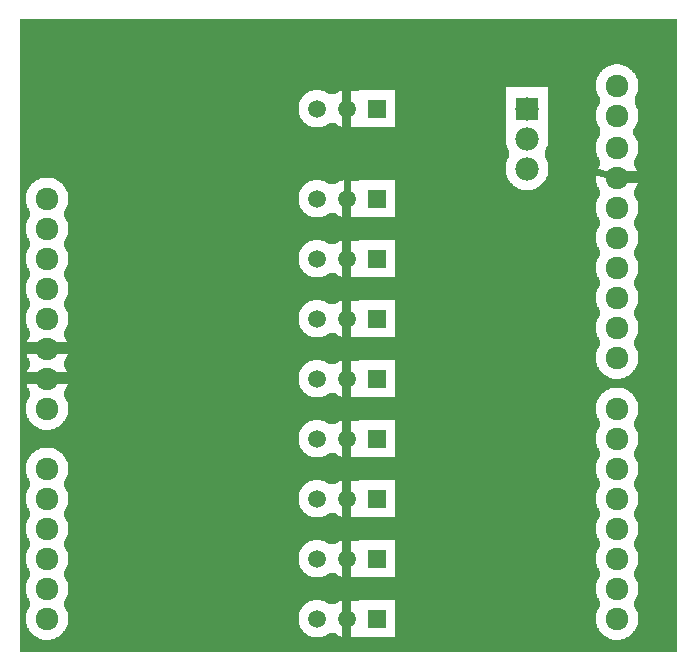
<source format=gtl>
G04 MADE WITH FRITZING*
G04 WWW.FRITZING.ORG*
G04 DOUBLE SIDED*
G04 HOLES PLATED*
G04 CONTOUR ON CENTER OF CONTOUR VECTOR*
%ASAXBY*%
%FSLAX23Y23*%
%MOIN*%
%OFA0B0*%
%SFA1.0B1.0*%
%ADD10C,0.075000*%
%ADD11C,0.075833*%
%ADD12C,0.059000*%
%ADD13C,0.078000*%
%ADD14R,0.059000X0.059000*%
%ADD15R,0.078000X0.078000*%
%ADD16C,0.024000*%
%LNCOPPER1*%
G90*
G70*
G54D10*
X127Y2069D03*
G54D11*
X2033Y1929D03*
X2033Y1829D03*
X2033Y1722D03*
X2033Y1622D03*
X2033Y1522D03*
X2033Y1422D03*
X2033Y1322D03*
X2033Y1222D03*
X2033Y1122D03*
X2033Y1022D03*
X2033Y852D03*
X2033Y752D03*
X2033Y652D03*
X2033Y552D03*
X2033Y452D03*
X2033Y352D03*
X2033Y252D03*
X2033Y152D03*
X133Y1552D03*
X133Y1452D03*
X133Y1352D03*
X133Y1252D03*
X133Y1152D03*
X133Y1052D03*
X133Y952D03*
X133Y852D03*
X133Y652D03*
X133Y552D03*
X133Y452D03*
X133Y352D03*
X133Y252D03*
X133Y152D03*
G54D12*
X1233Y152D03*
X1133Y152D03*
X1033Y152D03*
X1233Y352D03*
X1133Y352D03*
X1033Y352D03*
X1233Y552D03*
X1133Y552D03*
X1033Y552D03*
X1233Y752D03*
X1133Y752D03*
X1033Y752D03*
X1233Y952D03*
X1133Y952D03*
X1033Y952D03*
X1233Y1152D03*
X1133Y1152D03*
X1033Y1152D03*
X1233Y1852D03*
X1133Y1852D03*
X1033Y1852D03*
X1233Y1352D03*
X1133Y1352D03*
X1033Y1352D03*
X1233Y1552D03*
X1133Y1552D03*
X1033Y1552D03*
G54D13*
X1733Y1852D03*
X1733Y1752D03*
X1733Y1652D03*
G54D14*
X1233Y152D03*
X1233Y352D03*
X1233Y552D03*
X1233Y752D03*
X1233Y952D03*
X1233Y1152D03*
X1233Y1852D03*
X1233Y1352D03*
X1233Y1552D03*
G54D15*
X1733Y1852D03*
G54D16*
X1635Y1551D02*
X1933Y1551D01*
D02*
X1635Y1650D02*
X1635Y1551D01*
D02*
X1133Y1650D02*
X1635Y1650D01*
D02*
X1933Y1551D02*
X1933Y1650D01*
D02*
X1933Y1650D02*
X2006Y1630D01*
D02*
X1133Y1582D02*
X1133Y1650D01*
G36*
X44Y2150D02*
X44Y2000D01*
X2044Y2000D01*
X2044Y1998D01*
X2054Y1998D01*
X2054Y1996D01*
X2060Y1996D01*
X2060Y1994D01*
X2064Y1994D01*
X2064Y1992D01*
X2068Y1992D01*
X2068Y1990D01*
X2070Y1990D01*
X2070Y1988D01*
X2074Y1988D01*
X2074Y1986D01*
X2076Y1986D01*
X2076Y1984D01*
X2078Y1984D01*
X2078Y1982D01*
X2080Y1982D01*
X2080Y1980D01*
X2082Y1980D01*
X2082Y1978D01*
X2084Y1978D01*
X2084Y1976D01*
X2086Y1976D01*
X2086Y1974D01*
X2088Y1974D01*
X2088Y1972D01*
X2090Y1972D01*
X2090Y1970D01*
X2092Y1970D01*
X2092Y1966D01*
X2094Y1966D01*
X2094Y1964D01*
X2096Y1964D01*
X2096Y1960D01*
X2098Y1960D01*
X2098Y1956D01*
X2100Y1956D01*
X2100Y1950D01*
X2102Y1950D01*
X2102Y1940D01*
X2104Y1940D01*
X2104Y1918D01*
X2102Y1918D01*
X2102Y1908D01*
X2100Y1908D01*
X2100Y1902D01*
X2098Y1902D01*
X2098Y1898D01*
X2096Y1898D01*
X2096Y1894D01*
X2094Y1894D01*
X2094Y1892D01*
X2092Y1892D01*
X2092Y1866D01*
X2094Y1866D01*
X2094Y1864D01*
X2096Y1864D01*
X2096Y1860D01*
X2098Y1860D01*
X2098Y1856D01*
X2100Y1856D01*
X2100Y1850D01*
X2102Y1850D01*
X2102Y1840D01*
X2104Y1840D01*
X2104Y1818D01*
X2102Y1818D01*
X2102Y1808D01*
X2100Y1808D01*
X2100Y1802D01*
X2098Y1802D01*
X2098Y1798D01*
X2096Y1798D01*
X2096Y1794D01*
X2094Y1794D01*
X2094Y1792D01*
X2092Y1792D01*
X2092Y1788D01*
X2090Y1788D01*
X2090Y1786D01*
X2088Y1786D01*
X2088Y1766D01*
X2090Y1766D01*
X2090Y1762D01*
X2092Y1762D01*
X2092Y1760D01*
X2094Y1760D01*
X2094Y1756D01*
X2096Y1756D01*
X2096Y1752D01*
X2098Y1752D01*
X2098Y1748D01*
X2100Y1748D01*
X2100Y1744D01*
X2102Y1744D01*
X2102Y1734D01*
X2104Y1734D01*
X2104Y1710D01*
X2102Y1710D01*
X2102Y1702D01*
X2100Y1702D01*
X2100Y1696D01*
X2098Y1696D01*
X2098Y1692D01*
X2096Y1692D01*
X2096Y1688D01*
X2094Y1688D01*
X2094Y1684D01*
X2092Y1684D01*
X2092Y1682D01*
X2090Y1682D01*
X2090Y1662D01*
X2092Y1662D01*
X2092Y1660D01*
X2094Y1660D01*
X2094Y1656D01*
X2096Y1656D01*
X2096Y1652D01*
X2098Y1652D01*
X2098Y1648D01*
X2100Y1648D01*
X2100Y1644D01*
X2102Y1644D01*
X2102Y1634D01*
X2104Y1634D01*
X2104Y1610D01*
X2102Y1610D01*
X2102Y1602D01*
X2100Y1602D01*
X2100Y1596D01*
X2098Y1596D01*
X2098Y1592D01*
X2096Y1592D01*
X2096Y1588D01*
X2094Y1588D01*
X2094Y1584D01*
X2092Y1584D01*
X2092Y1582D01*
X2090Y1582D01*
X2090Y1562D01*
X2092Y1562D01*
X2092Y1560D01*
X2094Y1560D01*
X2094Y1556D01*
X2096Y1556D01*
X2096Y1552D01*
X2098Y1552D01*
X2098Y1548D01*
X2100Y1548D01*
X2100Y1544D01*
X2102Y1544D01*
X2102Y1534D01*
X2104Y1534D01*
X2104Y1510D01*
X2102Y1510D01*
X2102Y1502D01*
X2100Y1502D01*
X2100Y1496D01*
X2098Y1496D01*
X2098Y1492D01*
X2096Y1492D01*
X2096Y1488D01*
X2094Y1488D01*
X2094Y1484D01*
X2092Y1484D01*
X2092Y1482D01*
X2090Y1482D01*
X2090Y1462D01*
X2092Y1462D01*
X2092Y1460D01*
X2094Y1460D01*
X2094Y1456D01*
X2096Y1456D01*
X2096Y1452D01*
X2098Y1452D01*
X2098Y1448D01*
X2100Y1448D01*
X2100Y1444D01*
X2102Y1444D01*
X2102Y1434D01*
X2104Y1434D01*
X2104Y1410D01*
X2102Y1410D01*
X2102Y1402D01*
X2100Y1402D01*
X2100Y1396D01*
X2098Y1396D01*
X2098Y1392D01*
X2096Y1392D01*
X2096Y1388D01*
X2094Y1388D01*
X2094Y1384D01*
X2092Y1384D01*
X2092Y1382D01*
X2090Y1382D01*
X2090Y1362D01*
X2092Y1362D01*
X2092Y1360D01*
X2094Y1360D01*
X2094Y1356D01*
X2096Y1356D01*
X2096Y1352D01*
X2098Y1352D01*
X2098Y1348D01*
X2100Y1348D01*
X2100Y1344D01*
X2102Y1344D01*
X2102Y1334D01*
X2104Y1334D01*
X2104Y1310D01*
X2102Y1310D01*
X2102Y1302D01*
X2100Y1302D01*
X2100Y1296D01*
X2098Y1296D01*
X2098Y1292D01*
X2096Y1292D01*
X2096Y1288D01*
X2094Y1288D01*
X2094Y1284D01*
X2092Y1284D01*
X2092Y1282D01*
X2090Y1282D01*
X2090Y1262D01*
X2092Y1262D01*
X2092Y1260D01*
X2094Y1260D01*
X2094Y1256D01*
X2096Y1256D01*
X2096Y1252D01*
X2098Y1252D01*
X2098Y1248D01*
X2100Y1248D01*
X2100Y1244D01*
X2102Y1244D01*
X2102Y1234D01*
X2104Y1234D01*
X2104Y1210D01*
X2102Y1210D01*
X2102Y1202D01*
X2100Y1202D01*
X2100Y1196D01*
X2098Y1196D01*
X2098Y1192D01*
X2096Y1192D01*
X2096Y1188D01*
X2094Y1188D01*
X2094Y1184D01*
X2092Y1184D01*
X2092Y1182D01*
X2090Y1182D01*
X2090Y1162D01*
X2092Y1162D01*
X2092Y1160D01*
X2094Y1160D01*
X2094Y1156D01*
X2096Y1156D01*
X2096Y1152D01*
X2098Y1152D01*
X2098Y1148D01*
X2100Y1148D01*
X2100Y1144D01*
X2102Y1144D01*
X2102Y1134D01*
X2104Y1134D01*
X2104Y1110D01*
X2102Y1110D01*
X2102Y1102D01*
X2100Y1102D01*
X2100Y1096D01*
X2098Y1096D01*
X2098Y1092D01*
X2096Y1092D01*
X2096Y1088D01*
X2094Y1088D01*
X2094Y1084D01*
X2092Y1084D01*
X2092Y1082D01*
X2090Y1082D01*
X2090Y1062D01*
X2092Y1062D01*
X2092Y1060D01*
X2094Y1060D01*
X2094Y1056D01*
X2096Y1056D01*
X2096Y1052D01*
X2098Y1052D01*
X2098Y1048D01*
X2100Y1048D01*
X2100Y1044D01*
X2102Y1044D01*
X2102Y1034D01*
X2104Y1034D01*
X2104Y1010D01*
X2102Y1010D01*
X2102Y1002D01*
X2100Y1002D01*
X2100Y996D01*
X2098Y996D01*
X2098Y992D01*
X2096Y992D01*
X2096Y988D01*
X2094Y988D01*
X2094Y984D01*
X2092Y984D01*
X2092Y982D01*
X2090Y982D01*
X2090Y980D01*
X2088Y980D01*
X2088Y976D01*
X2086Y976D01*
X2086Y974D01*
X2084Y974D01*
X2084Y972D01*
X2082Y972D01*
X2082Y970D01*
X2080Y970D01*
X2080Y968D01*
X2076Y968D01*
X2076Y966D01*
X2074Y966D01*
X2074Y964D01*
X2072Y964D01*
X2072Y962D01*
X2068Y962D01*
X2068Y960D01*
X2064Y960D01*
X2064Y958D01*
X2060Y958D01*
X2060Y956D01*
X2056Y956D01*
X2056Y954D01*
X2048Y954D01*
X2048Y952D01*
X2232Y952D01*
X2232Y2150D01*
X44Y2150D01*
G37*
D02*
G36*
X44Y2000D02*
X44Y1924D01*
X1804Y1924D01*
X1804Y1734D01*
X1802Y1734D01*
X1802Y1728D01*
X1800Y1728D01*
X1800Y1724D01*
X1798Y1724D01*
X1798Y1720D01*
X1796Y1720D01*
X1796Y1716D01*
X1794Y1716D01*
X1794Y1712D01*
X1792Y1712D01*
X1792Y1692D01*
X1794Y1692D01*
X1794Y1688D01*
X1796Y1688D01*
X1796Y1686D01*
X1798Y1686D01*
X1798Y1682D01*
X1800Y1682D01*
X1800Y1676D01*
X1802Y1676D01*
X1802Y1670D01*
X1804Y1670D01*
X1804Y1634D01*
X1802Y1634D01*
X1802Y1628D01*
X1800Y1628D01*
X1800Y1624D01*
X1798Y1624D01*
X1798Y1620D01*
X1796Y1620D01*
X1796Y1616D01*
X1794Y1616D01*
X1794Y1612D01*
X1792Y1612D01*
X1792Y1610D01*
X1790Y1610D01*
X1790Y1608D01*
X1788Y1608D01*
X1788Y1606D01*
X1786Y1606D01*
X1786Y1604D01*
X1784Y1604D01*
X1784Y1602D01*
X1782Y1602D01*
X1782Y1600D01*
X1780Y1600D01*
X1780Y1598D01*
X1778Y1598D01*
X1778Y1596D01*
X1776Y1596D01*
X1776Y1594D01*
X1774Y1594D01*
X1774Y1592D01*
X1770Y1592D01*
X1770Y1590D01*
X1768Y1590D01*
X1768Y1588D01*
X1764Y1588D01*
X1764Y1586D01*
X1758Y1586D01*
X1758Y1584D01*
X1752Y1584D01*
X1752Y1582D01*
X1974Y1582D01*
X1974Y1586D01*
X1972Y1586D01*
X1972Y1590D01*
X1970Y1590D01*
X1970Y1592D01*
X1968Y1592D01*
X1968Y1598D01*
X1966Y1598D01*
X1966Y1604D01*
X1964Y1604D01*
X1964Y1640D01*
X1966Y1640D01*
X1966Y1646D01*
X1968Y1646D01*
X1968Y1652D01*
X1970Y1652D01*
X1970Y1656D01*
X1972Y1656D01*
X1972Y1658D01*
X1974Y1658D01*
X1974Y1662D01*
X1976Y1662D01*
X1976Y1682D01*
X1974Y1682D01*
X1974Y1686D01*
X1972Y1686D01*
X1972Y1690D01*
X1970Y1690D01*
X1970Y1692D01*
X1968Y1692D01*
X1968Y1698D01*
X1966Y1698D01*
X1966Y1704D01*
X1964Y1704D01*
X1964Y1740D01*
X1966Y1740D01*
X1966Y1746D01*
X1968Y1746D01*
X1968Y1752D01*
X1970Y1752D01*
X1970Y1756D01*
X1972Y1756D01*
X1972Y1758D01*
X1974Y1758D01*
X1974Y1762D01*
X1976Y1762D01*
X1976Y1764D01*
X1978Y1764D01*
X1978Y1788D01*
X1976Y1788D01*
X1976Y1790D01*
X1974Y1790D01*
X1974Y1792D01*
X1972Y1792D01*
X1972Y1796D01*
X1970Y1796D01*
X1970Y1800D01*
X1968Y1800D01*
X1968Y1804D01*
X1966Y1804D01*
X1966Y1810D01*
X1964Y1810D01*
X1964Y1848D01*
X1966Y1848D01*
X1966Y1854D01*
X1968Y1854D01*
X1968Y1858D01*
X1970Y1858D01*
X1970Y1862D01*
X1972Y1862D01*
X1972Y1866D01*
X1974Y1866D01*
X1974Y1868D01*
X1976Y1868D01*
X1976Y1890D01*
X1974Y1890D01*
X1974Y1892D01*
X1972Y1892D01*
X1972Y1896D01*
X1970Y1896D01*
X1970Y1900D01*
X1968Y1900D01*
X1968Y1904D01*
X1966Y1904D01*
X1966Y1910D01*
X1964Y1910D01*
X1964Y1948D01*
X1966Y1948D01*
X1966Y1954D01*
X1968Y1954D01*
X1968Y1958D01*
X1970Y1958D01*
X1970Y1962D01*
X1972Y1962D01*
X1972Y1966D01*
X1974Y1966D01*
X1974Y1968D01*
X1976Y1968D01*
X1976Y1972D01*
X1978Y1972D01*
X1978Y1974D01*
X1980Y1974D01*
X1980Y1976D01*
X1982Y1976D01*
X1982Y1978D01*
X1984Y1978D01*
X1984Y1980D01*
X1986Y1980D01*
X1986Y1982D01*
X1988Y1982D01*
X1988Y1984D01*
X1990Y1984D01*
X1990Y1986D01*
X1994Y1986D01*
X1994Y1988D01*
X1996Y1988D01*
X1996Y1990D01*
X2000Y1990D01*
X2000Y1992D01*
X2002Y1992D01*
X2002Y1994D01*
X2008Y1994D01*
X2008Y1996D01*
X2012Y1996D01*
X2012Y1998D01*
X2024Y1998D01*
X2024Y2000D01*
X44Y2000D01*
G37*
D02*
G36*
X44Y1924D02*
X44Y1914D01*
X1294Y1914D01*
X1294Y1790D01*
X1662Y1790D01*
X1662Y1922D01*
X1664Y1922D01*
X1664Y1924D01*
X44Y1924D01*
G37*
D02*
G36*
X44Y1914D02*
X44Y1790D01*
X1022Y1790D01*
X1022Y1792D01*
X1014Y1792D01*
X1014Y1794D01*
X1008Y1794D01*
X1008Y1796D01*
X1004Y1796D01*
X1004Y1798D01*
X1000Y1798D01*
X1000Y1800D01*
X998Y1800D01*
X998Y1802D01*
X996Y1802D01*
X996Y1804D01*
X992Y1804D01*
X992Y1806D01*
X990Y1806D01*
X990Y1808D01*
X988Y1808D01*
X988Y1810D01*
X986Y1810D01*
X986Y1814D01*
X984Y1814D01*
X984Y1816D01*
X982Y1816D01*
X982Y1818D01*
X980Y1818D01*
X980Y1822D01*
X978Y1822D01*
X978Y1826D01*
X976Y1826D01*
X976Y1830D01*
X974Y1830D01*
X974Y1836D01*
X972Y1836D01*
X972Y1868D01*
X974Y1868D01*
X974Y1874D01*
X976Y1874D01*
X976Y1880D01*
X978Y1880D01*
X978Y1882D01*
X980Y1882D01*
X980Y1886D01*
X982Y1886D01*
X982Y1888D01*
X984Y1888D01*
X984Y1892D01*
X986Y1892D01*
X986Y1894D01*
X988Y1894D01*
X988Y1896D01*
X990Y1896D01*
X990Y1898D01*
X992Y1898D01*
X992Y1900D01*
X994Y1900D01*
X994Y1902D01*
X998Y1902D01*
X998Y1904D01*
X1000Y1904D01*
X1000Y1906D01*
X1004Y1906D01*
X1004Y1908D01*
X1008Y1908D01*
X1008Y1910D01*
X1012Y1910D01*
X1012Y1912D01*
X1020Y1912D01*
X1020Y1914D01*
X44Y1914D01*
G37*
D02*
G36*
X1048Y1914D02*
X1048Y1912D01*
X1054Y1912D01*
X1054Y1910D01*
X1060Y1910D01*
X1060Y1908D01*
X1064Y1908D01*
X1064Y1906D01*
X1066Y1906D01*
X1066Y1904D01*
X1070Y1904D01*
X1070Y1902D01*
X1072Y1902D01*
X1072Y1900D01*
X1094Y1900D01*
X1094Y1902D01*
X1098Y1902D01*
X1098Y1904D01*
X1100Y1904D01*
X1100Y1906D01*
X1104Y1906D01*
X1104Y1908D01*
X1108Y1908D01*
X1108Y1910D01*
X1112Y1910D01*
X1112Y1912D01*
X1120Y1912D01*
X1120Y1914D01*
X1048Y1914D01*
G37*
D02*
G36*
X1148Y1914D02*
X1148Y1912D01*
X1172Y1912D01*
X1172Y1914D01*
X1148Y1914D01*
G37*
D02*
G36*
X1072Y1804D02*
X1072Y1802D01*
X1068Y1802D01*
X1068Y1800D01*
X1066Y1800D01*
X1066Y1798D01*
X1062Y1798D01*
X1062Y1796D01*
X1058Y1796D01*
X1058Y1794D01*
X1054Y1794D01*
X1054Y1792D01*
X1044Y1792D01*
X1044Y1790D01*
X1122Y1790D01*
X1122Y1792D01*
X1114Y1792D01*
X1114Y1794D01*
X1108Y1794D01*
X1108Y1796D01*
X1104Y1796D01*
X1104Y1798D01*
X1100Y1798D01*
X1100Y1800D01*
X1098Y1800D01*
X1098Y1802D01*
X1096Y1802D01*
X1096Y1804D01*
X1072Y1804D01*
G37*
D02*
G36*
X1144Y1792D02*
X1144Y1790D01*
X1172Y1790D01*
X1172Y1792D01*
X1144Y1792D01*
G37*
D02*
G36*
X44Y1790D02*
X44Y1788D01*
X1662Y1788D01*
X1662Y1790D01*
X44Y1790D01*
G37*
D02*
G36*
X44Y1790D02*
X44Y1788D01*
X1662Y1788D01*
X1662Y1790D01*
X44Y1790D01*
G37*
D02*
G36*
X44Y1790D02*
X44Y1788D01*
X1662Y1788D01*
X1662Y1790D01*
X44Y1790D01*
G37*
D02*
G36*
X44Y1790D02*
X44Y1788D01*
X1662Y1788D01*
X1662Y1790D01*
X44Y1790D01*
G37*
D02*
G36*
X44Y1788D02*
X44Y1622D01*
X150Y1622D01*
X150Y1620D01*
X156Y1620D01*
X156Y1618D01*
X162Y1618D01*
X162Y1616D01*
X166Y1616D01*
X166Y1614D01*
X1294Y1614D01*
X1294Y1582D01*
X1714Y1582D01*
X1714Y1584D01*
X1708Y1584D01*
X1708Y1586D01*
X1704Y1586D01*
X1704Y1588D01*
X1700Y1588D01*
X1700Y1590D01*
X1696Y1590D01*
X1696Y1592D01*
X1694Y1592D01*
X1694Y1594D01*
X1690Y1594D01*
X1690Y1596D01*
X1688Y1596D01*
X1688Y1598D01*
X1686Y1598D01*
X1686Y1600D01*
X1684Y1600D01*
X1684Y1602D01*
X1682Y1602D01*
X1682Y1604D01*
X1680Y1604D01*
X1680Y1606D01*
X1678Y1606D01*
X1678Y1608D01*
X1676Y1608D01*
X1676Y1610D01*
X1674Y1610D01*
X1674Y1614D01*
X1672Y1614D01*
X1672Y1616D01*
X1670Y1616D01*
X1670Y1620D01*
X1668Y1620D01*
X1668Y1624D01*
X1666Y1624D01*
X1666Y1630D01*
X1664Y1630D01*
X1664Y1638D01*
X1662Y1638D01*
X1662Y1666D01*
X1664Y1666D01*
X1664Y1674D01*
X1666Y1674D01*
X1666Y1680D01*
X1668Y1680D01*
X1668Y1684D01*
X1670Y1684D01*
X1670Y1688D01*
X1672Y1688D01*
X1672Y1690D01*
X1674Y1690D01*
X1674Y1714D01*
X1672Y1714D01*
X1672Y1716D01*
X1670Y1716D01*
X1670Y1720D01*
X1668Y1720D01*
X1668Y1724D01*
X1666Y1724D01*
X1666Y1730D01*
X1664Y1730D01*
X1664Y1738D01*
X1662Y1738D01*
X1662Y1788D01*
X44Y1788D01*
G37*
D02*
G36*
X44Y1622D02*
X44Y782D01*
X118Y782D01*
X118Y784D01*
X110Y784D01*
X110Y786D01*
X106Y786D01*
X106Y788D01*
X102Y788D01*
X102Y790D01*
X98Y790D01*
X98Y792D01*
X96Y792D01*
X96Y794D01*
X92Y794D01*
X92Y796D01*
X90Y796D01*
X90Y798D01*
X88Y798D01*
X88Y800D01*
X86Y800D01*
X86Y802D01*
X84Y802D01*
X84Y804D01*
X82Y804D01*
X82Y806D01*
X80Y806D01*
X80Y808D01*
X78Y808D01*
X78Y810D01*
X76Y810D01*
X76Y812D01*
X74Y812D01*
X74Y816D01*
X72Y816D01*
X72Y820D01*
X70Y820D01*
X70Y822D01*
X68Y822D01*
X68Y828D01*
X66Y828D01*
X66Y834D01*
X64Y834D01*
X64Y870D01*
X66Y870D01*
X66Y876D01*
X68Y876D01*
X68Y882D01*
X70Y882D01*
X70Y886D01*
X72Y886D01*
X72Y888D01*
X74Y888D01*
X74Y892D01*
X76Y892D01*
X76Y912D01*
X74Y912D01*
X74Y916D01*
X72Y916D01*
X72Y920D01*
X70Y920D01*
X70Y922D01*
X68Y922D01*
X68Y928D01*
X66Y928D01*
X66Y934D01*
X64Y934D01*
X64Y970D01*
X66Y970D01*
X66Y976D01*
X68Y976D01*
X68Y982D01*
X70Y982D01*
X70Y986D01*
X72Y986D01*
X72Y988D01*
X74Y988D01*
X74Y992D01*
X76Y992D01*
X76Y1012D01*
X74Y1012D01*
X74Y1016D01*
X72Y1016D01*
X72Y1020D01*
X70Y1020D01*
X70Y1022D01*
X68Y1022D01*
X68Y1028D01*
X66Y1028D01*
X66Y1034D01*
X64Y1034D01*
X64Y1070D01*
X66Y1070D01*
X66Y1076D01*
X68Y1076D01*
X68Y1082D01*
X70Y1082D01*
X70Y1086D01*
X72Y1086D01*
X72Y1088D01*
X74Y1088D01*
X74Y1092D01*
X76Y1092D01*
X76Y1112D01*
X74Y1112D01*
X74Y1116D01*
X72Y1116D01*
X72Y1120D01*
X70Y1120D01*
X70Y1122D01*
X68Y1122D01*
X68Y1128D01*
X66Y1128D01*
X66Y1134D01*
X64Y1134D01*
X64Y1170D01*
X66Y1170D01*
X66Y1176D01*
X68Y1176D01*
X68Y1182D01*
X70Y1182D01*
X70Y1186D01*
X72Y1186D01*
X72Y1188D01*
X74Y1188D01*
X74Y1192D01*
X76Y1192D01*
X76Y1212D01*
X74Y1212D01*
X74Y1216D01*
X72Y1216D01*
X72Y1220D01*
X70Y1220D01*
X70Y1222D01*
X68Y1222D01*
X68Y1228D01*
X66Y1228D01*
X66Y1234D01*
X64Y1234D01*
X64Y1270D01*
X66Y1270D01*
X66Y1276D01*
X68Y1276D01*
X68Y1282D01*
X70Y1282D01*
X70Y1286D01*
X72Y1286D01*
X72Y1288D01*
X74Y1288D01*
X74Y1292D01*
X76Y1292D01*
X76Y1312D01*
X74Y1312D01*
X74Y1316D01*
X72Y1316D01*
X72Y1320D01*
X70Y1320D01*
X70Y1322D01*
X68Y1322D01*
X68Y1328D01*
X66Y1328D01*
X66Y1334D01*
X64Y1334D01*
X64Y1370D01*
X66Y1370D01*
X66Y1376D01*
X68Y1376D01*
X68Y1382D01*
X70Y1382D01*
X70Y1386D01*
X72Y1386D01*
X72Y1388D01*
X74Y1388D01*
X74Y1392D01*
X76Y1392D01*
X76Y1412D01*
X74Y1412D01*
X74Y1416D01*
X72Y1416D01*
X72Y1420D01*
X70Y1420D01*
X70Y1422D01*
X68Y1422D01*
X68Y1428D01*
X66Y1428D01*
X66Y1434D01*
X64Y1434D01*
X64Y1470D01*
X66Y1470D01*
X66Y1476D01*
X68Y1476D01*
X68Y1482D01*
X70Y1482D01*
X70Y1486D01*
X72Y1486D01*
X72Y1488D01*
X74Y1488D01*
X74Y1492D01*
X76Y1492D01*
X76Y1512D01*
X74Y1512D01*
X74Y1516D01*
X72Y1516D01*
X72Y1520D01*
X70Y1520D01*
X70Y1522D01*
X68Y1522D01*
X68Y1528D01*
X66Y1528D01*
X66Y1534D01*
X64Y1534D01*
X64Y1570D01*
X66Y1570D01*
X66Y1576D01*
X68Y1576D01*
X68Y1582D01*
X70Y1582D01*
X70Y1586D01*
X72Y1586D01*
X72Y1588D01*
X74Y1588D01*
X74Y1592D01*
X76Y1592D01*
X76Y1594D01*
X78Y1594D01*
X78Y1596D01*
X80Y1596D01*
X80Y1600D01*
X82Y1600D01*
X82Y1602D01*
X84Y1602D01*
X84Y1604D01*
X88Y1604D01*
X88Y1606D01*
X90Y1606D01*
X90Y1608D01*
X92Y1608D01*
X92Y1610D01*
X94Y1610D01*
X94Y1612D01*
X98Y1612D01*
X98Y1614D01*
X102Y1614D01*
X102Y1616D01*
X106Y1616D01*
X106Y1618D01*
X110Y1618D01*
X110Y1620D01*
X116Y1620D01*
X116Y1622D01*
X44Y1622D01*
G37*
D02*
G36*
X168Y1614D02*
X168Y1612D01*
X172Y1612D01*
X172Y1610D01*
X174Y1610D01*
X174Y1608D01*
X178Y1608D01*
X178Y1606D01*
X180Y1606D01*
X180Y1604D01*
X182Y1604D01*
X182Y1602D01*
X184Y1602D01*
X184Y1600D01*
X186Y1600D01*
X186Y1598D01*
X188Y1598D01*
X188Y1596D01*
X190Y1596D01*
X190Y1592D01*
X192Y1592D01*
X192Y1590D01*
X194Y1590D01*
X194Y1586D01*
X196Y1586D01*
X196Y1582D01*
X198Y1582D01*
X198Y1578D01*
X200Y1578D01*
X200Y1574D01*
X202Y1574D01*
X202Y1564D01*
X204Y1564D01*
X204Y1540D01*
X202Y1540D01*
X202Y1532D01*
X200Y1532D01*
X200Y1526D01*
X198Y1526D01*
X198Y1522D01*
X196Y1522D01*
X196Y1518D01*
X194Y1518D01*
X194Y1514D01*
X192Y1514D01*
X192Y1512D01*
X190Y1512D01*
X190Y1492D01*
X192Y1492D01*
X192Y1490D01*
X1022Y1490D01*
X1022Y1492D01*
X1014Y1492D01*
X1014Y1494D01*
X1008Y1494D01*
X1008Y1496D01*
X1004Y1496D01*
X1004Y1498D01*
X1000Y1498D01*
X1000Y1500D01*
X998Y1500D01*
X998Y1502D01*
X996Y1502D01*
X996Y1504D01*
X992Y1504D01*
X992Y1506D01*
X990Y1506D01*
X990Y1508D01*
X988Y1508D01*
X988Y1510D01*
X986Y1510D01*
X986Y1514D01*
X984Y1514D01*
X984Y1516D01*
X982Y1516D01*
X982Y1518D01*
X980Y1518D01*
X980Y1522D01*
X978Y1522D01*
X978Y1526D01*
X976Y1526D01*
X976Y1530D01*
X974Y1530D01*
X974Y1536D01*
X972Y1536D01*
X972Y1568D01*
X974Y1568D01*
X974Y1574D01*
X976Y1574D01*
X976Y1580D01*
X978Y1580D01*
X978Y1582D01*
X980Y1582D01*
X980Y1586D01*
X982Y1586D01*
X982Y1588D01*
X984Y1588D01*
X984Y1592D01*
X986Y1592D01*
X986Y1594D01*
X988Y1594D01*
X988Y1596D01*
X990Y1596D01*
X990Y1598D01*
X992Y1598D01*
X992Y1600D01*
X994Y1600D01*
X994Y1602D01*
X998Y1602D01*
X998Y1604D01*
X1000Y1604D01*
X1000Y1606D01*
X1004Y1606D01*
X1004Y1608D01*
X1008Y1608D01*
X1008Y1610D01*
X1012Y1610D01*
X1012Y1612D01*
X1020Y1612D01*
X1020Y1614D01*
X168Y1614D01*
G37*
D02*
G36*
X1048Y1614D02*
X1048Y1612D01*
X1054Y1612D01*
X1054Y1610D01*
X1060Y1610D01*
X1060Y1608D01*
X1064Y1608D01*
X1064Y1606D01*
X1066Y1606D01*
X1066Y1604D01*
X1070Y1604D01*
X1070Y1602D01*
X1072Y1602D01*
X1072Y1600D01*
X1094Y1600D01*
X1094Y1602D01*
X1098Y1602D01*
X1098Y1604D01*
X1100Y1604D01*
X1100Y1606D01*
X1104Y1606D01*
X1104Y1608D01*
X1108Y1608D01*
X1108Y1610D01*
X1112Y1610D01*
X1112Y1612D01*
X1120Y1612D01*
X1120Y1614D01*
X1048Y1614D01*
G37*
D02*
G36*
X1148Y1614D02*
X1148Y1612D01*
X1172Y1612D01*
X1172Y1614D01*
X1148Y1614D01*
G37*
D02*
G36*
X1294Y1582D02*
X1294Y1580D01*
X1976Y1580D01*
X1976Y1582D01*
X1294Y1582D01*
G37*
D02*
G36*
X1294Y1582D02*
X1294Y1580D01*
X1976Y1580D01*
X1976Y1582D01*
X1294Y1582D01*
G37*
D02*
G36*
X1294Y1580D02*
X1294Y1490D01*
X1970Y1490D01*
X1970Y1492D01*
X1968Y1492D01*
X1968Y1498D01*
X1966Y1498D01*
X1966Y1504D01*
X1964Y1504D01*
X1964Y1540D01*
X1966Y1540D01*
X1966Y1546D01*
X1968Y1546D01*
X1968Y1552D01*
X1970Y1552D01*
X1970Y1556D01*
X1972Y1556D01*
X1972Y1558D01*
X1974Y1558D01*
X1974Y1562D01*
X1976Y1562D01*
X1976Y1580D01*
X1294Y1580D01*
G37*
D02*
G36*
X1072Y1504D02*
X1072Y1502D01*
X1068Y1502D01*
X1068Y1500D01*
X1066Y1500D01*
X1066Y1498D01*
X1062Y1498D01*
X1062Y1496D01*
X1058Y1496D01*
X1058Y1494D01*
X1054Y1494D01*
X1054Y1492D01*
X1044Y1492D01*
X1044Y1490D01*
X1122Y1490D01*
X1122Y1492D01*
X1114Y1492D01*
X1114Y1494D01*
X1108Y1494D01*
X1108Y1496D01*
X1104Y1496D01*
X1104Y1498D01*
X1100Y1498D01*
X1100Y1500D01*
X1098Y1500D01*
X1098Y1502D01*
X1096Y1502D01*
X1096Y1504D01*
X1072Y1504D01*
G37*
D02*
G36*
X1144Y1492D02*
X1144Y1490D01*
X1172Y1490D01*
X1172Y1492D01*
X1144Y1492D01*
G37*
D02*
G36*
X194Y1490D02*
X194Y1488D01*
X1972Y1488D01*
X1972Y1490D01*
X194Y1490D01*
G37*
D02*
G36*
X194Y1490D02*
X194Y1488D01*
X1972Y1488D01*
X1972Y1490D01*
X194Y1490D01*
G37*
D02*
G36*
X194Y1490D02*
X194Y1488D01*
X1972Y1488D01*
X1972Y1490D01*
X194Y1490D01*
G37*
D02*
G36*
X194Y1490D02*
X194Y1488D01*
X1972Y1488D01*
X1972Y1490D01*
X194Y1490D01*
G37*
D02*
G36*
X194Y1488D02*
X194Y1486D01*
X196Y1486D01*
X196Y1482D01*
X198Y1482D01*
X198Y1478D01*
X200Y1478D01*
X200Y1474D01*
X202Y1474D01*
X202Y1464D01*
X204Y1464D01*
X204Y1440D01*
X202Y1440D01*
X202Y1432D01*
X200Y1432D01*
X200Y1426D01*
X198Y1426D01*
X198Y1422D01*
X196Y1422D01*
X196Y1418D01*
X194Y1418D01*
X194Y1414D01*
X1294Y1414D01*
X1294Y1290D01*
X1970Y1290D01*
X1970Y1292D01*
X1968Y1292D01*
X1968Y1298D01*
X1966Y1298D01*
X1966Y1304D01*
X1964Y1304D01*
X1964Y1340D01*
X1966Y1340D01*
X1966Y1346D01*
X1968Y1346D01*
X1968Y1352D01*
X1970Y1352D01*
X1970Y1356D01*
X1972Y1356D01*
X1972Y1358D01*
X1974Y1358D01*
X1974Y1362D01*
X1976Y1362D01*
X1976Y1382D01*
X1974Y1382D01*
X1974Y1386D01*
X1972Y1386D01*
X1972Y1390D01*
X1970Y1390D01*
X1970Y1392D01*
X1968Y1392D01*
X1968Y1398D01*
X1966Y1398D01*
X1966Y1404D01*
X1964Y1404D01*
X1964Y1440D01*
X1966Y1440D01*
X1966Y1446D01*
X1968Y1446D01*
X1968Y1452D01*
X1970Y1452D01*
X1970Y1456D01*
X1972Y1456D01*
X1972Y1458D01*
X1974Y1458D01*
X1974Y1462D01*
X1976Y1462D01*
X1976Y1482D01*
X1974Y1482D01*
X1974Y1486D01*
X1972Y1486D01*
X1972Y1488D01*
X194Y1488D01*
G37*
D02*
G36*
X192Y1414D02*
X192Y1412D01*
X190Y1412D01*
X190Y1392D01*
X192Y1392D01*
X192Y1390D01*
X194Y1390D01*
X194Y1386D01*
X196Y1386D01*
X196Y1382D01*
X198Y1382D01*
X198Y1378D01*
X200Y1378D01*
X200Y1374D01*
X202Y1374D01*
X202Y1364D01*
X204Y1364D01*
X204Y1340D01*
X202Y1340D01*
X202Y1332D01*
X200Y1332D01*
X200Y1326D01*
X198Y1326D01*
X198Y1322D01*
X196Y1322D01*
X196Y1318D01*
X194Y1318D01*
X194Y1314D01*
X192Y1314D01*
X192Y1312D01*
X190Y1312D01*
X190Y1292D01*
X192Y1292D01*
X192Y1290D01*
X1022Y1290D01*
X1022Y1292D01*
X1014Y1292D01*
X1014Y1294D01*
X1008Y1294D01*
X1008Y1296D01*
X1004Y1296D01*
X1004Y1298D01*
X1000Y1298D01*
X1000Y1300D01*
X998Y1300D01*
X998Y1302D01*
X996Y1302D01*
X996Y1304D01*
X992Y1304D01*
X992Y1306D01*
X990Y1306D01*
X990Y1308D01*
X988Y1308D01*
X988Y1310D01*
X986Y1310D01*
X986Y1314D01*
X984Y1314D01*
X984Y1316D01*
X982Y1316D01*
X982Y1318D01*
X980Y1318D01*
X980Y1322D01*
X978Y1322D01*
X978Y1326D01*
X976Y1326D01*
X976Y1330D01*
X974Y1330D01*
X974Y1336D01*
X972Y1336D01*
X972Y1368D01*
X974Y1368D01*
X974Y1374D01*
X976Y1374D01*
X976Y1380D01*
X978Y1380D01*
X978Y1382D01*
X980Y1382D01*
X980Y1386D01*
X982Y1386D01*
X982Y1388D01*
X984Y1388D01*
X984Y1392D01*
X986Y1392D01*
X986Y1394D01*
X988Y1394D01*
X988Y1396D01*
X990Y1396D01*
X990Y1398D01*
X992Y1398D01*
X992Y1400D01*
X994Y1400D01*
X994Y1402D01*
X998Y1402D01*
X998Y1404D01*
X1000Y1404D01*
X1000Y1406D01*
X1004Y1406D01*
X1004Y1408D01*
X1008Y1408D01*
X1008Y1410D01*
X1012Y1410D01*
X1012Y1412D01*
X1020Y1412D01*
X1020Y1414D01*
X192Y1414D01*
G37*
D02*
G36*
X1048Y1414D02*
X1048Y1412D01*
X1054Y1412D01*
X1054Y1410D01*
X1060Y1410D01*
X1060Y1408D01*
X1064Y1408D01*
X1064Y1406D01*
X1066Y1406D01*
X1066Y1404D01*
X1070Y1404D01*
X1070Y1402D01*
X1072Y1402D01*
X1072Y1400D01*
X1094Y1400D01*
X1094Y1402D01*
X1098Y1402D01*
X1098Y1404D01*
X1100Y1404D01*
X1100Y1406D01*
X1104Y1406D01*
X1104Y1408D01*
X1108Y1408D01*
X1108Y1410D01*
X1112Y1410D01*
X1112Y1412D01*
X1120Y1412D01*
X1120Y1414D01*
X1048Y1414D01*
G37*
D02*
G36*
X1148Y1414D02*
X1148Y1412D01*
X1172Y1412D01*
X1172Y1414D01*
X1148Y1414D01*
G37*
D02*
G36*
X1072Y1304D02*
X1072Y1302D01*
X1068Y1302D01*
X1068Y1300D01*
X1066Y1300D01*
X1066Y1298D01*
X1062Y1298D01*
X1062Y1296D01*
X1058Y1296D01*
X1058Y1294D01*
X1054Y1294D01*
X1054Y1292D01*
X1044Y1292D01*
X1044Y1290D01*
X1122Y1290D01*
X1122Y1292D01*
X1114Y1292D01*
X1114Y1294D01*
X1108Y1294D01*
X1108Y1296D01*
X1104Y1296D01*
X1104Y1298D01*
X1100Y1298D01*
X1100Y1300D01*
X1098Y1300D01*
X1098Y1302D01*
X1096Y1302D01*
X1096Y1304D01*
X1072Y1304D01*
G37*
D02*
G36*
X1144Y1292D02*
X1144Y1290D01*
X1172Y1290D01*
X1172Y1292D01*
X1144Y1292D01*
G37*
D02*
G36*
X194Y1290D02*
X194Y1288D01*
X1972Y1288D01*
X1972Y1290D01*
X194Y1290D01*
G37*
D02*
G36*
X194Y1290D02*
X194Y1288D01*
X1972Y1288D01*
X1972Y1290D01*
X194Y1290D01*
G37*
D02*
G36*
X194Y1290D02*
X194Y1288D01*
X1972Y1288D01*
X1972Y1290D01*
X194Y1290D01*
G37*
D02*
G36*
X194Y1290D02*
X194Y1288D01*
X1972Y1288D01*
X1972Y1290D01*
X194Y1290D01*
G37*
D02*
G36*
X194Y1288D02*
X194Y1286D01*
X196Y1286D01*
X196Y1282D01*
X198Y1282D01*
X198Y1278D01*
X200Y1278D01*
X200Y1274D01*
X202Y1274D01*
X202Y1264D01*
X204Y1264D01*
X204Y1240D01*
X202Y1240D01*
X202Y1232D01*
X200Y1232D01*
X200Y1226D01*
X198Y1226D01*
X198Y1222D01*
X196Y1222D01*
X196Y1218D01*
X194Y1218D01*
X194Y1214D01*
X1294Y1214D01*
X1294Y1090D01*
X1970Y1090D01*
X1970Y1092D01*
X1968Y1092D01*
X1968Y1098D01*
X1966Y1098D01*
X1966Y1104D01*
X1964Y1104D01*
X1964Y1140D01*
X1966Y1140D01*
X1966Y1146D01*
X1968Y1146D01*
X1968Y1152D01*
X1970Y1152D01*
X1970Y1156D01*
X1972Y1156D01*
X1972Y1158D01*
X1974Y1158D01*
X1974Y1162D01*
X1976Y1162D01*
X1976Y1182D01*
X1974Y1182D01*
X1974Y1186D01*
X1972Y1186D01*
X1972Y1190D01*
X1970Y1190D01*
X1970Y1192D01*
X1968Y1192D01*
X1968Y1198D01*
X1966Y1198D01*
X1966Y1204D01*
X1964Y1204D01*
X1964Y1240D01*
X1966Y1240D01*
X1966Y1246D01*
X1968Y1246D01*
X1968Y1252D01*
X1970Y1252D01*
X1970Y1256D01*
X1972Y1256D01*
X1972Y1258D01*
X1974Y1258D01*
X1974Y1262D01*
X1976Y1262D01*
X1976Y1282D01*
X1974Y1282D01*
X1974Y1286D01*
X1972Y1286D01*
X1972Y1288D01*
X194Y1288D01*
G37*
D02*
G36*
X192Y1214D02*
X192Y1212D01*
X190Y1212D01*
X190Y1192D01*
X192Y1192D01*
X192Y1190D01*
X194Y1190D01*
X194Y1186D01*
X196Y1186D01*
X196Y1182D01*
X198Y1182D01*
X198Y1178D01*
X200Y1178D01*
X200Y1174D01*
X202Y1174D01*
X202Y1164D01*
X204Y1164D01*
X204Y1140D01*
X202Y1140D01*
X202Y1132D01*
X200Y1132D01*
X200Y1126D01*
X198Y1126D01*
X198Y1122D01*
X196Y1122D01*
X196Y1118D01*
X194Y1118D01*
X194Y1114D01*
X192Y1114D01*
X192Y1112D01*
X190Y1112D01*
X190Y1092D01*
X192Y1092D01*
X192Y1090D01*
X1022Y1090D01*
X1022Y1092D01*
X1014Y1092D01*
X1014Y1094D01*
X1008Y1094D01*
X1008Y1096D01*
X1004Y1096D01*
X1004Y1098D01*
X1000Y1098D01*
X1000Y1100D01*
X998Y1100D01*
X998Y1102D01*
X996Y1102D01*
X996Y1104D01*
X992Y1104D01*
X992Y1106D01*
X990Y1106D01*
X990Y1108D01*
X988Y1108D01*
X988Y1110D01*
X986Y1110D01*
X986Y1114D01*
X984Y1114D01*
X984Y1116D01*
X982Y1116D01*
X982Y1118D01*
X980Y1118D01*
X980Y1122D01*
X978Y1122D01*
X978Y1126D01*
X976Y1126D01*
X976Y1130D01*
X974Y1130D01*
X974Y1136D01*
X972Y1136D01*
X972Y1168D01*
X974Y1168D01*
X974Y1174D01*
X976Y1174D01*
X976Y1180D01*
X978Y1180D01*
X978Y1182D01*
X980Y1182D01*
X980Y1186D01*
X982Y1186D01*
X982Y1188D01*
X984Y1188D01*
X984Y1192D01*
X986Y1192D01*
X986Y1194D01*
X988Y1194D01*
X988Y1196D01*
X990Y1196D01*
X990Y1198D01*
X992Y1198D01*
X992Y1200D01*
X994Y1200D01*
X994Y1202D01*
X998Y1202D01*
X998Y1204D01*
X1000Y1204D01*
X1000Y1206D01*
X1004Y1206D01*
X1004Y1208D01*
X1008Y1208D01*
X1008Y1210D01*
X1012Y1210D01*
X1012Y1212D01*
X1020Y1212D01*
X1020Y1214D01*
X192Y1214D01*
G37*
D02*
G36*
X1048Y1214D02*
X1048Y1212D01*
X1054Y1212D01*
X1054Y1210D01*
X1060Y1210D01*
X1060Y1208D01*
X1064Y1208D01*
X1064Y1206D01*
X1066Y1206D01*
X1066Y1204D01*
X1070Y1204D01*
X1070Y1202D01*
X1072Y1202D01*
X1072Y1200D01*
X1094Y1200D01*
X1094Y1202D01*
X1098Y1202D01*
X1098Y1204D01*
X1100Y1204D01*
X1100Y1206D01*
X1104Y1206D01*
X1104Y1208D01*
X1108Y1208D01*
X1108Y1210D01*
X1112Y1210D01*
X1112Y1212D01*
X1120Y1212D01*
X1120Y1214D01*
X1048Y1214D01*
G37*
D02*
G36*
X1148Y1214D02*
X1148Y1212D01*
X1172Y1212D01*
X1172Y1214D01*
X1148Y1214D01*
G37*
D02*
G36*
X1072Y1104D02*
X1072Y1102D01*
X1068Y1102D01*
X1068Y1100D01*
X1066Y1100D01*
X1066Y1098D01*
X1062Y1098D01*
X1062Y1096D01*
X1058Y1096D01*
X1058Y1094D01*
X1054Y1094D01*
X1054Y1092D01*
X1044Y1092D01*
X1044Y1090D01*
X1122Y1090D01*
X1122Y1092D01*
X1114Y1092D01*
X1114Y1094D01*
X1108Y1094D01*
X1108Y1096D01*
X1104Y1096D01*
X1104Y1098D01*
X1100Y1098D01*
X1100Y1100D01*
X1098Y1100D01*
X1098Y1102D01*
X1096Y1102D01*
X1096Y1104D01*
X1072Y1104D01*
G37*
D02*
G36*
X1144Y1092D02*
X1144Y1090D01*
X1172Y1090D01*
X1172Y1092D01*
X1144Y1092D01*
G37*
D02*
G36*
X194Y1090D02*
X194Y1088D01*
X1972Y1088D01*
X1972Y1090D01*
X194Y1090D01*
G37*
D02*
G36*
X194Y1090D02*
X194Y1088D01*
X1972Y1088D01*
X1972Y1090D01*
X194Y1090D01*
G37*
D02*
G36*
X194Y1090D02*
X194Y1088D01*
X1972Y1088D01*
X1972Y1090D01*
X194Y1090D01*
G37*
D02*
G36*
X194Y1090D02*
X194Y1088D01*
X1972Y1088D01*
X1972Y1090D01*
X194Y1090D01*
G37*
D02*
G36*
X194Y1088D02*
X194Y1086D01*
X196Y1086D01*
X196Y1082D01*
X198Y1082D01*
X198Y1078D01*
X200Y1078D01*
X200Y1074D01*
X202Y1074D01*
X202Y1064D01*
X204Y1064D01*
X204Y1040D01*
X202Y1040D01*
X202Y1032D01*
X200Y1032D01*
X200Y1026D01*
X198Y1026D01*
X198Y1022D01*
X196Y1022D01*
X196Y1018D01*
X194Y1018D01*
X194Y1014D01*
X1294Y1014D01*
X1294Y952D01*
X2018Y952D01*
X2018Y954D01*
X2012Y954D01*
X2012Y956D01*
X2006Y956D01*
X2006Y958D01*
X2002Y958D01*
X2002Y960D01*
X1998Y960D01*
X1998Y962D01*
X1996Y962D01*
X1996Y964D01*
X1992Y964D01*
X1992Y966D01*
X1990Y966D01*
X1990Y968D01*
X1988Y968D01*
X1988Y970D01*
X1986Y970D01*
X1986Y972D01*
X1984Y972D01*
X1984Y974D01*
X1982Y974D01*
X1982Y976D01*
X1980Y976D01*
X1980Y978D01*
X1978Y978D01*
X1978Y980D01*
X1976Y980D01*
X1976Y982D01*
X1974Y982D01*
X1974Y986D01*
X1972Y986D01*
X1972Y990D01*
X1970Y990D01*
X1970Y992D01*
X1968Y992D01*
X1968Y998D01*
X1966Y998D01*
X1966Y1004D01*
X1964Y1004D01*
X1964Y1040D01*
X1966Y1040D01*
X1966Y1046D01*
X1968Y1046D01*
X1968Y1052D01*
X1970Y1052D01*
X1970Y1056D01*
X1972Y1056D01*
X1972Y1058D01*
X1974Y1058D01*
X1974Y1062D01*
X1976Y1062D01*
X1976Y1082D01*
X1974Y1082D01*
X1974Y1086D01*
X1972Y1086D01*
X1972Y1088D01*
X194Y1088D01*
G37*
D02*
G36*
X192Y1014D02*
X192Y1012D01*
X190Y1012D01*
X190Y992D01*
X192Y992D01*
X192Y990D01*
X194Y990D01*
X194Y986D01*
X196Y986D01*
X196Y982D01*
X198Y982D01*
X198Y978D01*
X200Y978D01*
X200Y974D01*
X202Y974D01*
X202Y964D01*
X204Y964D01*
X204Y940D01*
X202Y940D01*
X202Y932D01*
X200Y932D01*
X200Y926D01*
X198Y926D01*
X198Y922D01*
X196Y922D01*
X196Y918D01*
X194Y918D01*
X194Y914D01*
X192Y914D01*
X192Y912D01*
X190Y912D01*
X190Y892D01*
X192Y892D01*
X192Y890D01*
X1022Y890D01*
X1022Y892D01*
X1014Y892D01*
X1014Y894D01*
X1008Y894D01*
X1008Y896D01*
X1004Y896D01*
X1004Y898D01*
X1000Y898D01*
X1000Y900D01*
X998Y900D01*
X998Y902D01*
X996Y902D01*
X996Y904D01*
X992Y904D01*
X992Y906D01*
X990Y906D01*
X990Y908D01*
X988Y908D01*
X988Y910D01*
X986Y910D01*
X986Y914D01*
X984Y914D01*
X984Y916D01*
X982Y916D01*
X982Y918D01*
X980Y918D01*
X980Y922D01*
X978Y922D01*
X978Y926D01*
X976Y926D01*
X976Y930D01*
X974Y930D01*
X974Y936D01*
X972Y936D01*
X972Y968D01*
X974Y968D01*
X974Y974D01*
X976Y974D01*
X976Y980D01*
X978Y980D01*
X978Y982D01*
X980Y982D01*
X980Y986D01*
X982Y986D01*
X982Y988D01*
X984Y988D01*
X984Y992D01*
X986Y992D01*
X986Y994D01*
X988Y994D01*
X988Y996D01*
X990Y996D01*
X990Y998D01*
X992Y998D01*
X992Y1000D01*
X994Y1000D01*
X994Y1002D01*
X998Y1002D01*
X998Y1004D01*
X1000Y1004D01*
X1000Y1006D01*
X1004Y1006D01*
X1004Y1008D01*
X1008Y1008D01*
X1008Y1010D01*
X1012Y1010D01*
X1012Y1012D01*
X1020Y1012D01*
X1020Y1014D01*
X192Y1014D01*
G37*
D02*
G36*
X1048Y1014D02*
X1048Y1012D01*
X1054Y1012D01*
X1054Y1010D01*
X1060Y1010D01*
X1060Y1008D01*
X1064Y1008D01*
X1064Y1006D01*
X1066Y1006D01*
X1066Y1004D01*
X1070Y1004D01*
X1070Y1002D01*
X1072Y1002D01*
X1072Y1000D01*
X1094Y1000D01*
X1094Y1002D01*
X1098Y1002D01*
X1098Y1004D01*
X1100Y1004D01*
X1100Y1006D01*
X1104Y1006D01*
X1104Y1008D01*
X1108Y1008D01*
X1108Y1010D01*
X1112Y1010D01*
X1112Y1012D01*
X1120Y1012D01*
X1120Y1014D01*
X1048Y1014D01*
G37*
D02*
G36*
X1148Y1014D02*
X1148Y1012D01*
X1172Y1012D01*
X1172Y1014D01*
X1148Y1014D01*
G37*
D02*
G36*
X1294Y952D02*
X1294Y950D01*
X2232Y950D01*
X2232Y952D01*
X1294Y952D01*
G37*
D02*
G36*
X1294Y952D02*
X1294Y950D01*
X2232Y950D01*
X2232Y952D01*
X1294Y952D01*
G37*
D02*
G36*
X1294Y950D02*
X1294Y922D01*
X2050Y922D01*
X2050Y920D01*
X2056Y920D01*
X2056Y918D01*
X2062Y918D01*
X2062Y916D01*
X2066Y916D01*
X2066Y914D01*
X2070Y914D01*
X2070Y912D01*
X2072Y912D01*
X2072Y910D01*
X2074Y910D01*
X2074Y908D01*
X2078Y908D01*
X2078Y906D01*
X2080Y906D01*
X2080Y904D01*
X2082Y904D01*
X2082Y902D01*
X2084Y902D01*
X2084Y900D01*
X2086Y900D01*
X2086Y898D01*
X2088Y898D01*
X2088Y896D01*
X2090Y896D01*
X2090Y892D01*
X2092Y892D01*
X2092Y890D01*
X2094Y890D01*
X2094Y886D01*
X2096Y886D01*
X2096Y882D01*
X2098Y882D01*
X2098Y878D01*
X2100Y878D01*
X2100Y874D01*
X2102Y874D01*
X2102Y864D01*
X2104Y864D01*
X2104Y840D01*
X2102Y840D01*
X2102Y832D01*
X2100Y832D01*
X2100Y826D01*
X2098Y826D01*
X2098Y822D01*
X2096Y822D01*
X2096Y818D01*
X2094Y818D01*
X2094Y814D01*
X2092Y814D01*
X2092Y812D01*
X2090Y812D01*
X2090Y792D01*
X2092Y792D01*
X2092Y790D01*
X2094Y790D01*
X2094Y786D01*
X2096Y786D01*
X2096Y782D01*
X2098Y782D01*
X2098Y778D01*
X2100Y778D01*
X2100Y774D01*
X2102Y774D01*
X2102Y764D01*
X2104Y764D01*
X2104Y740D01*
X2102Y740D01*
X2102Y732D01*
X2100Y732D01*
X2100Y726D01*
X2098Y726D01*
X2098Y722D01*
X2096Y722D01*
X2096Y718D01*
X2094Y718D01*
X2094Y714D01*
X2092Y714D01*
X2092Y712D01*
X2090Y712D01*
X2090Y692D01*
X2092Y692D01*
X2092Y690D01*
X2094Y690D01*
X2094Y686D01*
X2096Y686D01*
X2096Y682D01*
X2098Y682D01*
X2098Y678D01*
X2100Y678D01*
X2100Y674D01*
X2102Y674D01*
X2102Y664D01*
X2104Y664D01*
X2104Y640D01*
X2102Y640D01*
X2102Y632D01*
X2100Y632D01*
X2100Y626D01*
X2098Y626D01*
X2098Y622D01*
X2096Y622D01*
X2096Y618D01*
X2094Y618D01*
X2094Y614D01*
X2092Y614D01*
X2092Y612D01*
X2090Y612D01*
X2090Y592D01*
X2092Y592D01*
X2092Y590D01*
X2094Y590D01*
X2094Y586D01*
X2096Y586D01*
X2096Y582D01*
X2098Y582D01*
X2098Y578D01*
X2100Y578D01*
X2100Y574D01*
X2102Y574D01*
X2102Y564D01*
X2104Y564D01*
X2104Y540D01*
X2102Y540D01*
X2102Y532D01*
X2100Y532D01*
X2100Y526D01*
X2098Y526D01*
X2098Y522D01*
X2096Y522D01*
X2096Y518D01*
X2094Y518D01*
X2094Y514D01*
X2092Y514D01*
X2092Y512D01*
X2090Y512D01*
X2090Y492D01*
X2092Y492D01*
X2092Y490D01*
X2094Y490D01*
X2094Y486D01*
X2096Y486D01*
X2096Y482D01*
X2098Y482D01*
X2098Y478D01*
X2100Y478D01*
X2100Y474D01*
X2102Y474D01*
X2102Y464D01*
X2104Y464D01*
X2104Y440D01*
X2102Y440D01*
X2102Y432D01*
X2100Y432D01*
X2100Y426D01*
X2098Y426D01*
X2098Y422D01*
X2096Y422D01*
X2096Y418D01*
X2094Y418D01*
X2094Y414D01*
X2092Y414D01*
X2092Y412D01*
X2090Y412D01*
X2090Y392D01*
X2092Y392D01*
X2092Y390D01*
X2094Y390D01*
X2094Y386D01*
X2096Y386D01*
X2096Y382D01*
X2098Y382D01*
X2098Y378D01*
X2100Y378D01*
X2100Y374D01*
X2102Y374D01*
X2102Y364D01*
X2104Y364D01*
X2104Y340D01*
X2102Y340D01*
X2102Y332D01*
X2100Y332D01*
X2100Y326D01*
X2098Y326D01*
X2098Y322D01*
X2096Y322D01*
X2096Y318D01*
X2094Y318D01*
X2094Y314D01*
X2092Y314D01*
X2092Y312D01*
X2090Y312D01*
X2090Y292D01*
X2092Y292D01*
X2092Y290D01*
X2094Y290D01*
X2094Y286D01*
X2096Y286D01*
X2096Y282D01*
X2098Y282D01*
X2098Y278D01*
X2100Y278D01*
X2100Y274D01*
X2102Y274D01*
X2102Y264D01*
X2104Y264D01*
X2104Y240D01*
X2102Y240D01*
X2102Y232D01*
X2100Y232D01*
X2100Y226D01*
X2098Y226D01*
X2098Y222D01*
X2096Y222D01*
X2096Y218D01*
X2094Y218D01*
X2094Y214D01*
X2092Y214D01*
X2092Y212D01*
X2090Y212D01*
X2090Y192D01*
X2092Y192D01*
X2092Y190D01*
X2094Y190D01*
X2094Y186D01*
X2096Y186D01*
X2096Y182D01*
X2098Y182D01*
X2098Y178D01*
X2100Y178D01*
X2100Y174D01*
X2102Y174D01*
X2102Y164D01*
X2104Y164D01*
X2104Y140D01*
X2102Y140D01*
X2102Y132D01*
X2100Y132D01*
X2100Y126D01*
X2098Y126D01*
X2098Y122D01*
X2096Y122D01*
X2096Y118D01*
X2094Y118D01*
X2094Y114D01*
X2092Y114D01*
X2092Y112D01*
X2090Y112D01*
X2090Y110D01*
X2088Y110D01*
X2088Y106D01*
X2086Y106D01*
X2086Y104D01*
X2084Y104D01*
X2084Y102D01*
X2082Y102D01*
X2082Y100D01*
X2080Y100D01*
X2080Y98D01*
X2076Y98D01*
X2076Y96D01*
X2074Y96D01*
X2074Y94D01*
X2072Y94D01*
X2072Y92D01*
X2068Y92D01*
X2068Y90D01*
X2064Y90D01*
X2064Y88D01*
X2060Y88D01*
X2060Y86D01*
X2056Y86D01*
X2056Y84D01*
X2048Y84D01*
X2048Y82D01*
X2232Y82D01*
X2232Y950D01*
X1294Y950D01*
G37*
D02*
G36*
X1294Y922D02*
X1294Y890D01*
X1974Y890D01*
X1974Y892D01*
X1976Y892D01*
X1976Y894D01*
X1978Y894D01*
X1978Y896D01*
X1980Y896D01*
X1980Y900D01*
X1982Y900D01*
X1982Y902D01*
X1984Y902D01*
X1984Y904D01*
X1988Y904D01*
X1988Y906D01*
X1990Y906D01*
X1990Y908D01*
X1992Y908D01*
X1992Y910D01*
X1994Y910D01*
X1994Y912D01*
X1998Y912D01*
X1998Y914D01*
X2002Y914D01*
X2002Y916D01*
X2006Y916D01*
X2006Y918D01*
X2010Y918D01*
X2010Y920D01*
X2016Y920D01*
X2016Y922D01*
X1294Y922D01*
G37*
D02*
G36*
X1072Y904D02*
X1072Y902D01*
X1068Y902D01*
X1068Y900D01*
X1066Y900D01*
X1066Y898D01*
X1062Y898D01*
X1062Y896D01*
X1058Y896D01*
X1058Y894D01*
X1054Y894D01*
X1054Y892D01*
X1044Y892D01*
X1044Y890D01*
X1122Y890D01*
X1122Y892D01*
X1114Y892D01*
X1114Y894D01*
X1108Y894D01*
X1108Y896D01*
X1104Y896D01*
X1104Y898D01*
X1100Y898D01*
X1100Y900D01*
X1098Y900D01*
X1098Y902D01*
X1096Y902D01*
X1096Y904D01*
X1072Y904D01*
G37*
D02*
G36*
X1144Y892D02*
X1144Y890D01*
X1172Y890D01*
X1172Y892D01*
X1144Y892D01*
G37*
D02*
G36*
X194Y890D02*
X194Y888D01*
X1974Y888D01*
X1974Y890D01*
X194Y890D01*
G37*
D02*
G36*
X194Y890D02*
X194Y888D01*
X1974Y888D01*
X1974Y890D01*
X194Y890D01*
G37*
D02*
G36*
X194Y890D02*
X194Y888D01*
X1974Y888D01*
X1974Y890D01*
X194Y890D01*
G37*
D02*
G36*
X194Y890D02*
X194Y888D01*
X1974Y888D01*
X1974Y890D01*
X194Y890D01*
G37*
D02*
G36*
X194Y888D02*
X194Y886D01*
X196Y886D01*
X196Y882D01*
X198Y882D01*
X198Y878D01*
X200Y878D01*
X200Y874D01*
X202Y874D01*
X202Y864D01*
X204Y864D01*
X204Y840D01*
X202Y840D01*
X202Y832D01*
X200Y832D01*
X200Y826D01*
X198Y826D01*
X198Y822D01*
X196Y822D01*
X196Y818D01*
X194Y818D01*
X194Y814D01*
X1294Y814D01*
X1294Y690D01*
X1974Y690D01*
X1974Y692D01*
X1976Y692D01*
X1976Y712D01*
X1974Y712D01*
X1974Y716D01*
X1972Y716D01*
X1972Y720D01*
X1970Y720D01*
X1970Y722D01*
X1968Y722D01*
X1968Y728D01*
X1966Y728D01*
X1966Y734D01*
X1964Y734D01*
X1964Y770D01*
X1966Y770D01*
X1966Y776D01*
X1968Y776D01*
X1968Y782D01*
X1970Y782D01*
X1970Y786D01*
X1972Y786D01*
X1972Y788D01*
X1974Y788D01*
X1974Y792D01*
X1976Y792D01*
X1976Y812D01*
X1974Y812D01*
X1974Y816D01*
X1972Y816D01*
X1972Y820D01*
X1970Y820D01*
X1970Y822D01*
X1968Y822D01*
X1968Y828D01*
X1966Y828D01*
X1966Y834D01*
X1964Y834D01*
X1964Y870D01*
X1966Y870D01*
X1966Y876D01*
X1968Y876D01*
X1968Y882D01*
X1970Y882D01*
X1970Y886D01*
X1972Y886D01*
X1972Y888D01*
X194Y888D01*
G37*
D02*
G36*
X192Y814D02*
X192Y812D01*
X190Y812D01*
X190Y810D01*
X188Y810D01*
X188Y806D01*
X186Y806D01*
X186Y804D01*
X184Y804D01*
X184Y802D01*
X182Y802D01*
X182Y800D01*
X180Y800D01*
X180Y798D01*
X176Y798D01*
X176Y796D01*
X174Y796D01*
X174Y794D01*
X172Y794D01*
X172Y792D01*
X168Y792D01*
X168Y790D01*
X164Y790D01*
X164Y788D01*
X160Y788D01*
X160Y786D01*
X156Y786D01*
X156Y784D01*
X148Y784D01*
X148Y782D01*
X980Y782D01*
X980Y786D01*
X982Y786D01*
X982Y788D01*
X984Y788D01*
X984Y792D01*
X986Y792D01*
X986Y794D01*
X988Y794D01*
X988Y796D01*
X990Y796D01*
X990Y798D01*
X992Y798D01*
X992Y800D01*
X994Y800D01*
X994Y802D01*
X998Y802D01*
X998Y804D01*
X1000Y804D01*
X1000Y806D01*
X1004Y806D01*
X1004Y808D01*
X1008Y808D01*
X1008Y810D01*
X1012Y810D01*
X1012Y812D01*
X1020Y812D01*
X1020Y814D01*
X192Y814D01*
G37*
D02*
G36*
X1048Y814D02*
X1048Y812D01*
X1054Y812D01*
X1054Y810D01*
X1060Y810D01*
X1060Y808D01*
X1064Y808D01*
X1064Y806D01*
X1066Y806D01*
X1066Y804D01*
X1070Y804D01*
X1070Y802D01*
X1072Y802D01*
X1072Y800D01*
X1094Y800D01*
X1094Y802D01*
X1098Y802D01*
X1098Y804D01*
X1100Y804D01*
X1100Y806D01*
X1104Y806D01*
X1104Y808D01*
X1108Y808D01*
X1108Y810D01*
X1112Y810D01*
X1112Y812D01*
X1120Y812D01*
X1120Y814D01*
X1048Y814D01*
G37*
D02*
G36*
X1148Y814D02*
X1148Y812D01*
X1172Y812D01*
X1172Y814D01*
X1148Y814D01*
G37*
D02*
G36*
X44Y782D02*
X44Y780D01*
X978Y780D01*
X978Y782D01*
X44Y782D01*
G37*
D02*
G36*
X44Y782D02*
X44Y780D01*
X978Y780D01*
X978Y782D01*
X44Y782D01*
G37*
D02*
G36*
X44Y780D02*
X44Y722D01*
X150Y722D01*
X150Y720D01*
X156Y720D01*
X156Y718D01*
X162Y718D01*
X162Y716D01*
X166Y716D01*
X166Y714D01*
X168Y714D01*
X168Y712D01*
X172Y712D01*
X172Y710D01*
X174Y710D01*
X174Y708D01*
X178Y708D01*
X178Y706D01*
X180Y706D01*
X180Y704D01*
X182Y704D01*
X182Y702D01*
X184Y702D01*
X184Y700D01*
X186Y700D01*
X186Y698D01*
X188Y698D01*
X188Y696D01*
X190Y696D01*
X190Y692D01*
X192Y692D01*
X192Y690D01*
X1022Y690D01*
X1022Y692D01*
X1014Y692D01*
X1014Y694D01*
X1008Y694D01*
X1008Y696D01*
X1004Y696D01*
X1004Y698D01*
X1000Y698D01*
X1000Y700D01*
X998Y700D01*
X998Y702D01*
X996Y702D01*
X996Y704D01*
X992Y704D01*
X992Y706D01*
X990Y706D01*
X990Y708D01*
X988Y708D01*
X988Y710D01*
X986Y710D01*
X986Y714D01*
X984Y714D01*
X984Y716D01*
X982Y716D01*
X982Y718D01*
X980Y718D01*
X980Y722D01*
X978Y722D01*
X978Y726D01*
X976Y726D01*
X976Y730D01*
X974Y730D01*
X974Y736D01*
X972Y736D01*
X972Y768D01*
X974Y768D01*
X974Y774D01*
X976Y774D01*
X976Y780D01*
X44Y780D01*
G37*
D02*
G36*
X44Y722D02*
X44Y82D01*
X118Y82D01*
X118Y84D01*
X110Y84D01*
X110Y86D01*
X106Y86D01*
X106Y88D01*
X102Y88D01*
X102Y90D01*
X98Y90D01*
X98Y92D01*
X96Y92D01*
X96Y94D01*
X92Y94D01*
X92Y96D01*
X90Y96D01*
X90Y98D01*
X88Y98D01*
X88Y100D01*
X86Y100D01*
X86Y102D01*
X84Y102D01*
X84Y104D01*
X82Y104D01*
X82Y106D01*
X80Y106D01*
X80Y108D01*
X78Y108D01*
X78Y110D01*
X76Y110D01*
X76Y112D01*
X74Y112D01*
X74Y116D01*
X72Y116D01*
X72Y120D01*
X70Y120D01*
X70Y122D01*
X68Y122D01*
X68Y128D01*
X66Y128D01*
X66Y134D01*
X64Y134D01*
X64Y170D01*
X66Y170D01*
X66Y176D01*
X68Y176D01*
X68Y182D01*
X70Y182D01*
X70Y186D01*
X72Y186D01*
X72Y188D01*
X74Y188D01*
X74Y192D01*
X76Y192D01*
X76Y212D01*
X74Y212D01*
X74Y216D01*
X72Y216D01*
X72Y220D01*
X70Y220D01*
X70Y222D01*
X68Y222D01*
X68Y228D01*
X66Y228D01*
X66Y234D01*
X64Y234D01*
X64Y270D01*
X66Y270D01*
X66Y276D01*
X68Y276D01*
X68Y282D01*
X70Y282D01*
X70Y286D01*
X72Y286D01*
X72Y288D01*
X74Y288D01*
X74Y292D01*
X76Y292D01*
X76Y312D01*
X74Y312D01*
X74Y316D01*
X72Y316D01*
X72Y320D01*
X70Y320D01*
X70Y322D01*
X68Y322D01*
X68Y328D01*
X66Y328D01*
X66Y334D01*
X64Y334D01*
X64Y370D01*
X66Y370D01*
X66Y376D01*
X68Y376D01*
X68Y382D01*
X70Y382D01*
X70Y386D01*
X72Y386D01*
X72Y388D01*
X74Y388D01*
X74Y392D01*
X76Y392D01*
X76Y412D01*
X74Y412D01*
X74Y416D01*
X72Y416D01*
X72Y420D01*
X70Y420D01*
X70Y422D01*
X68Y422D01*
X68Y428D01*
X66Y428D01*
X66Y434D01*
X64Y434D01*
X64Y470D01*
X66Y470D01*
X66Y476D01*
X68Y476D01*
X68Y482D01*
X70Y482D01*
X70Y486D01*
X72Y486D01*
X72Y488D01*
X74Y488D01*
X74Y492D01*
X76Y492D01*
X76Y512D01*
X74Y512D01*
X74Y516D01*
X72Y516D01*
X72Y520D01*
X70Y520D01*
X70Y522D01*
X68Y522D01*
X68Y528D01*
X66Y528D01*
X66Y534D01*
X64Y534D01*
X64Y570D01*
X66Y570D01*
X66Y576D01*
X68Y576D01*
X68Y582D01*
X70Y582D01*
X70Y586D01*
X72Y586D01*
X72Y588D01*
X74Y588D01*
X74Y592D01*
X76Y592D01*
X76Y612D01*
X74Y612D01*
X74Y616D01*
X72Y616D01*
X72Y620D01*
X70Y620D01*
X70Y622D01*
X68Y622D01*
X68Y628D01*
X66Y628D01*
X66Y634D01*
X64Y634D01*
X64Y670D01*
X66Y670D01*
X66Y676D01*
X68Y676D01*
X68Y682D01*
X70Y682D01*
X70Y686D01*
X72Y686D01*
X72Y688D01*
X74Y688D01*
X74Y692D01*
X76Y692D01*
X76Y694D01*
X78Y694D01*
X78Y696D01*
X80Y696D01*
X80Y700D01*
X82Y700D01*
X82Y702D01*
X84Y702D01*
X84Y704D01*
X88Y704D01*
X88Y706D01*
X90Y706D01*
X90Y708D01*
X92Y708D01*
X92Y710D01*
X94Y710D01*
X94Y712D01*
X98Y712D01*
X98Y714D01*
X102Y714D01*
X102Y716D01*
X106Y716D01*
X106Y718D01*
X110Y718D01*
X110Y720D01*
X116Y720D01*
X116Y722D01*
X44Y722D01*
G37*
D02*
G36*
X1072Y704D02*
X1072Y702D01*
X1068Y702D01*
X1068Y700D01*
X1066Y700D01*
X1066Y698D01*
X1062Y698D01*
X1062Y696D01*
X1058Y696D01*
X1058Y694D01*
X1054Y694D01*
X1054Y692D01*
X1044Y692D01*
X1044Y690D01*
X1122Y690D01*
X1122Y692D01*
X1114Y692D01*
X1114Y694D01*
X1108Y694D01*
X1108Y696D01*
X1104Y696D01*
X1104Y698D01*
X1100Y698D01*
X1100Y700D01*
X1098Y700D01*
X1098Y702D01*
X1096Y702D01*
X1096Y704D01*
X1072Y704D01*
G37*
D02*
G36*
X1144Y692D02*
X1144Y690D01*
X1172Y690D01*
X1172Y692D01*
X1144Y692D01*
G37*
D02*
G36*
X194Y690D02*
X194Y688D01*
X1974Y688D01*
X1974Y690D01*
X194Y690D01*
G37*
D02*
G36*
X194Y690D02*
X194Y688D01*
X1974Y688D01*
X1974Y690D01*
X194Y690D01*
G37*
D02*
G36*
X194Y690D02*
X194Y688D01*
X1974Y688D01*
X1974Y690D01*
X194Y690D01*
G37*
D02*
G36*
X194Y690D02*
X194Y688D01*
X1974Y688D01*
X1974Y690D01*
X194Y690D01*
G37*
D02*
G36*
X194Y688D02*
X194Y686D01*
X196Y686D01*
X196Y682D01*
X198Y682D01*
X198Y678D01*
X200Y678D01*
X200Y674D01*
X202Y674D01*
X202Y664D01*
X204Y664D01*
X204Y640D01*
X202Y640D01*
X202Y632D01*
X200Y632D01*
X200Y626D01*
X198Y626D01*
X198Y622D01*
X196Y622D01*
X196Y618D01*
X194Y618D01*
X194Y614D01*
X1294Y614D01*
X1294Y490D01*
X1974Y490D01*
X1974Y492D01*
X1976Y492D01*
X1976Y512D01*
X1974Y512D01*
X1974Y516D01*
X1972Y516D01*
X1972Y520D01*
X1970Y520D01*
X1970Y522D01*
X1968Y522D01*
X1968Y528D01*
X1966Y528D01*
X1966Y534D01*
X1964Y534D01*
X1964Y570D01*
X1966Y570D01*
X1966Y576D01*
X1968Y576D01*
X1968Y582D01*
X1970Y582D01*
X1970Y586D01*
X1972Y586D01*
X1972Y588D01*
X1974Y588D01*
X1974Y592D01*
X1976Y592D01*
X1976Y612D01*
X1974Y612D01*
X1974Y616D01*
X1972Y616D01*
X1972Y620D01*
X1970Y620D01*
X1970Y622D01*
X1968Y622D01*
X1968Y628D01*
X1966Y628D01*
X1966Y634D01*
X1964Y634D01*
X1964Y670D01*
X1966Y670D01*
X1966Y676D01*
X1968Y676D01*
X1968Y682D01*
X1970Y682D01*
X1970Y686D01*
X1972Y686D01*
X1972Y688D01*
X194Y688D01*
G37*
D02*
G36*
X192Y614D02*
X192Y612D01*
X190Y612D01*
X190Y592D01*
X192Y592D01*
X192Y590D01*
X194Y590D01*
X194Y586D01*
X196Y586D01*
X196Y582D01*
X198Y582D01*
X198Y578D01*
X200Y578D01*
X200Y574D01*
X202Y574D01*
X202Y564D01*
X204Y564D01*
X204Y540D01*
X202Y540D01*
X202Y532D01*
X200Y532D01*
X200Y526D01*
X198Y526D01*
X198Y522D01*
X196Y522D01*
X196Y518D01*
X194Y518D01*
X194Y514D01*
X192Y514D01*
X192Y512D01*
X190Y512D01*
X190Y492D01*
X192Y492D01*
X192Y490D01*
X1022Y490D01*
X1022Y492D01*
X1014Y492D01*
X1014Y494D01*
X1008Y494D01*
X1008Y496D01*
X1004Y496D01*
X1004Y498D01*
X1000Y498D01*
X1000Y500D01*
X998Y500D01*
X998Y502D01*
X996Y502D01*
X996Y504D01*
X992Y504D01*
X992Y506D01*
X990Y506D01*
X990Y508D01*
X988Y508D01*
X988Y510D01*
X986Y510D01*
X986Y514D01*
X984Y514D01*
X984Y516D01*
X982Y516D01*
X982Y518D01*
X980Y518D01*
X980Y522D01*
X978Y522D01*
X978Y526D01*
X976Y526D01*
X976Y530D01*
X974Y530D01*
X974Y536D01*
X972Y536D01*
X972Y568D01*
X974Y568D01*
X974Y574D01*
X976Y574D01*
X976Y580D01*
X978Y580D01*
X978Y582D01*
X980Y582D01*
X980Y586D01*
X982Y586D01*
X982Y588D01*
X984Y588D01*
X984Y592D01*
X986Y592D01*
X986Y594D01*
X988Y594D01*
X988Y596D01*
X990Y596D01*
X990Y598D01*
X992Y598D01*
X992Y600D01*
X994Y600D01*
X994Y602D01*
X998Y602D01*
X998Y604D01*
X1000Y604D01*
X1000Y606D01*
X1004Y606D01*
X1004Y608D01*
X1008Y608D01*
X1008Y610D01*
X1012Y610D01*
X1012Y612D01*
X1020Y612D01*
X1020Y614D01*
X192Y614D01*
G37*
D02*
G36*
X1048Y614D02*
X1048Y612D01*
X1054Y612D01*
X1054Y610D01*
X1060Y610D01*
X1060Y608D01*
X1064Y608D01*
X1064Y606D01*
X1066Y606D01*
X1066Y604D01*
X1070Y604D01*
X1070Y602D01*
X1072Y602D01*
X1072Y600D01*
X1094Y600D01*
X1094Y602D01*
X1098Y602D01*
X1098Y604D01*
X1100Y604D01*
X1100Y606D01*
X1104Y606D01*
X1104Y608D01*
X1108Y608D01*
X1108Y610D01*
X1112Y610D01*
X1112Y612D01*
X1120Y612D01*
X1120Y614D01*
X1048Y614D01*
G37*
D02*
G36*
X1148Y614D02*
X1148Y612D01*
X1172Y612D01*
X1172Y614D01*
X1148Y614D01*
G37*
D02*
G36*
X1072Y504D02*
X1072Y502D01*
X1068Y502D01*
X1068Y500D01*
X1066Y500D01*
X1066Y498D01*
X1062Y498D01*
X1062Y496D01*
X1058Y496D01*
X1058Y494D01*
X1054Y494D01*
X1054Y492D01*
X1044Y492D01*
X1044Y490D01*
X1122Y490D01*
X1122Y492D01*
X1114Y492D01*
X1114Y494D01*
X1108Y494D01*
X1108Y496D01*
X1104Y496D01*
X1104Y498D01*
X1100Y498D01*
X1100Y500D01*
X1098Y500D01*
X1098Y502D01*
X1096Y502D01*
X1096Y504D01*
X1072Y504D01*
G37*
D02*
G36*
X1144Y492D02*
X1144Y490D01*
X1172Y490D01*
X1172Y492D01*
X1144Y492D01*
G37*
D02*
G36*
X194Y490D02*
X194Y488D01*
X1974Y488D01*
X1974Y490D01*
X194Y490D01*
G37*
D02*
G36*
X194Y490D02*
X194Y488D01*
X1974Y488D01*
X1974Y490D01*
X194Y490D01*
G37*
D02*
G36*
X194Y490D02*
X194Y488D01*
X1974Y488D01*
X1974Y490D01*
X194Y490D01*
G37*
D02*
G36*
X194Y490D02*
X194Y488D01*
X1974Y488D01*
X1974Y490D01*
X194Y490D01*
G37*
D02*
G36*
X194Y488D02*
X194Y486D01*
X196Y486D01*
X196Y482D01*
X198Y482D01*
X198Y478D01*
X200Y478D01*
X200Y474D01*
X202Y474D01*
X202Y464D01*
X204Y464D01*
X204Y440D01*
X202Y440D01*
X202Y432D01*
X200Y432D01*
X200Y426D01*
X198Y426D01*
X198Y422D01*
X196Y422D01*
X196Y418D01*
X194Y418D01*
X194Y414D01*
X1294Y414D01*
X1294Y290D01*
X1974Y290D01*
X1974Y292D01*
X1976Y292D01*
X1976Y312D01*
X1974Y312D01*
X1974Y316D01*
X1972Y316D01*
X1972Y320D01*
X1970Y320D01*
X1970Y322D01*
X1968Y322D01*
X1968Y328D01*
X1966Y328D01*
X1966Y334D01*
X1964Y334D01*
X1964Y370D01*
X1966Y370D01*
X1966Y376D01*
X1968Y376D01*
X1968Y382D01*
X1970Y382D01*
X1970Y386D01*
X1972Y386D01*
X1972Y388D01*
X1974Y388D01*
X1974Y392D01*
X1976Y392D01*
X1976Y412D01*
X1974Y412D01*
X1974Y416D01*
X1972Y416D01*
X1972Y420D01*
X1970Y420D01*
X1970Y422D01*
X1968Y422D01*
X1968Y428D01*
X1966Y428D01*
X1966Y434D01*
X1964Y434D01*
X1964Y470D01*
X1966Y470D01*
X1966Y476D01*
X1968Y476D01*
X1968Y482D01*
X1970Y482D01*
X1970Y486D01*
X1972Y486D01*
X1972Y488D01*
X194Y488D01*
G37*
D02*
G36*
X192Y414D02*
X192Y412D01*
X190Y412D01*
X190Y392D01*
X192Y392D01*
X192Y390D01*
X194Y390D01*
X194Y386D01*
X196Y386D01*
X196Y382D01*
X198Y382D01*
X198Y378D01*
X200Y378D01*
X200Y374D01*
X202Y374D01*
X202Y364D01*
X204Y364D01*
X204Y340D01*
X202Y340D01*
X202Y332D01*
X200Y332D01*
X200Y326D01*
X198Y326D01*
X198Y322D01*
X196Y322D01*
X196Y318D01*
X194Y318D01*
X194Y314D01*
X192Y314D01*
X192Y312D01*
X190Y312D01*
X190Y292D01*
X192Y292D01*
X192Y290D01*
X1022Y290D01*
X1022Y292D01*
X1014Y292D01*
X1014Y294D01*
X1008Y294D01*
X1008Y296D01*
X1004Y296D01*
X1004Y298D01*
X1000Y298D01*
X1000Y300D01*
X998Y300D01*
X998Y302D01*
X996Y302D01*
X996Y304D01*
X992Y304D01*
X992Y306D01*
X990Y306D01*
X990Y308D01*
X988Y308D01*
X988Y310D01*
X986Y310D01*
X986Y314D01*
X984Y314D01*
X984Y316D01*
X982Y316D01*
X982Y318D01*
X980Y318D01*
X980Y322D01*
X978Y322D01*
X978Y326D01*
X976Y326D01*
X976Y330D01*
X974Y330D01*
X974Y336D01*
X972Y336D01*
X972Y368D01*
X974Y368D01*
X974Y374D01*
X976Y374D01*
X976Y380D01*
X978Y380D01*
X978Y382D01*
X980Y382D01*
X980Y386D01*
X982Y386D01*
X982Y388D01*
X984Y388D01*
X984Y392D01*
X986Y392D01*
X986Y394D01*
X988Y394D01*
X988Y396D01*
X990Y396D01*
X990Y398D01*
X992Y398D01*
X992Y400D01*
X994Y400D01*
X994Y402D01*
X998Y402D01*
X998Y404D01*
X1000Y404D01*
X1000Y406D01*
X1004Y406D01*
X1004Y408D01*
X1008Y408D01*
X1008Y410D01*
X1012Y410D01*
X1012Y412D01*
X1020Y412D01*
X1020Y414D01*
X192Y414D01*
G37*
D02*
G36*
X1048Y414D02*
X1048Y412D01*
X1054Y412D01*
X1054Y410D01*
X1060Y410D01*
X1060Y408D01*
X1064Y408D01*
X1064Y406D01*
X1066Y406D01*
X1066Y404D01*
X1070Y404D01*
X1070Y402D01*
X1072Y402D01*
X1072Y400D01*
X1094Y400D01*
X1094Y402D01*
X1098Y402D01*
X1098Y404D01*
X1100Y404D01*
X1100Y406D01*
X1104Y406D01*
X1104Y408D01*
X1108Y408D01*
X1108Y410D01*
X1112Y410D01*
X1112Y412D01*
X1120Y412D01*
X1120Y414D01*
X1048Y414D01*
G37*
D02*
G36*
X1148Y414D02*
X1148Y412D01*
X1172Y412D01*
X1172Y414D01*
X1148Y414D01*
G37*
D02*
G36*
X1072Y304D02*
X1072Y302D01*
X1068Y302D01*
X1068Y300D01*
X1066Y300D01*
X1066Y298D01*
X1062Y298D01*
X1062Y296D01*
X1058Y296D01*
X1058Y294D01*
X1054Y294D01*
X1054Y292D01*
X1044Y292D01*
X1044Y290D01*
X1122Y290D01*
X1122Y292D01*
X1114Y292D01*
X1114Y294D01*
X1108Y294D01*
X1108Y296D01*
X1104Y296D01*
X1104Y298D01*
X1100Y298D01*
X1100Y300D01*
X1098Y300D01*
X1098Y302D01*
X1096Y302D01*
X1096Y304D01*
X1072Y304D01*
G37*
D02*
G36*
X1144Y292D02*
X1144Y290D01*
X1172Y290D01*
X1172Y292D01*
X1144Y292D01*
G37*
D02*
G36*
X194Y290D02*
X194Y288D01*
X1974Y288D01*
X1974Y290D01*
X194Y290D01*
G37*
D02*
G36*
X194Y290D02*
X194Y288D01*
X1974Y288D01*
X1974Y290D01*
X194Y290D01*
G37*
D02*
G36*
X194Y290D02*
X194Y288D01*
X1974Y288D01*
X1974Y290D01*
X194Y290D01*
G37*
D02*
G36*
X194Y290D02*
X194Y288D01*
X1974Y288D01*
X1974Y290D01*
X194Y290D01*
G37*
D02*
G36*
X194Y288D02*
X194Y286D01*
X196Y286D01*
X196Y282D01*
X198Y282D01*
X198Y278D01*
X200Y278D01*
X200Y274D01*
X202Y274D01*
X202Y264D01*
X204Y264D01*
X204Y240D01*
X202Y240D01*
X202Y232D01*
X200Y232D01*
X200Y226D01*
X198Y226D01*
X198Y222D01*
X196Y222D01*
X196Y218D01*
X194Y218D01*
X194Y214D01*
X1294Y214D01*
X1294Y90D01*
X1998Y90D01*
X1998Y92D01*
X1996Y92D01*
X1996Y94D01*
X1992Y94D01*
X1992Y96D01*
X1990Y96D01*
X1990Y98D01*
X1988Y98D01*
X1988Y100D01*
X1986Y100D01*
X1986Y102D01*
X1984Y102D01*
X1984Y104D01*
X1982Y104D01*
X1982Y106D01*
X1980Y106D01*
X1980Y108D01*
X1978Y108D01*
X1978Y110D01*
X1976Y110D01*
X1976Y112D01*
X1974Y112D01*
X1974Y116D01*
X1972Y116D01*
X1972Y120D01*
X1970Y120D01*
X1970Y122D01*
X1968Y122D01*
X1968Y128D01*
X1966Y128D01*
X1966Y134D01*
X1964Y134D01*
X1964Y170D01*
X1966Y170D01*
X1966Y176D01*
X1968Y176D01*
X1968Y182D01*
X1970Y182D01*
X1970Y186D01*
X1972Y186D01*
X1972Y188D01*
X1974Y188D01*
X1974Y192D01*
X1976Y192D01*
X1976Y212D01*
X1974Y212D01*
X1974Y216D01*
X1972Y216D01*
X1972Y220D01*
X1970Y220D01*
X1970Y222D01*
X1968Y222D01*
X1968Y228D01*
X1966Y228D01*
X1966Y234D01*
X1964Y234D01*
X1964Y270D01*
X1966Y270D01*
X1966Y276D01*
X1968Y276D01*
X1968Y282D01*
X1970Y282D01*
X1970Y286D01*
X1972Y286D01*
X1972Y288D01*
X194Y288D01*
G37*
D02*
G36*
X192Y214D02*
X192Y212D01*
X190Y212D01*
X190Y192D01*
X192Y192D01*
X192Y190D01*
X194Y190D01*
X194Y186D01*
X196Y186D01*
X196Y182D01*
X198Y182D01*
X198Y178D01*
X200Y178D01*
X200Y174D01*
X202Y174D01*
X202Y164D01*
X204Y164D01*
X204Y140D01*
X202Y140D01*
X202Y132D01*
X200Y132D01*
X200Y126D01*
X198Y126D01*
X198Y122D01*
X196Y122D01*
X196Y118D01*
X194Y118D01*
X194Y114D01*
X192Y114D01*
X192Y112D01*
X190Y112D01*
X190Y110D01*
X188Y110D01*
X188Y106D01*
X186Y106D01*
X186Y104D01*
X184Y104D01*
X184Y102D01*
X182Y102D01*
X182Y100D01*
X180Y100D01*
X180Y98D01*
X176Y98D01*
X176Y96D01*
X174Y96D01*
X174Y94D01*
X172Y94D01*
X172Y92D01*
X168Y92D01*
X168Y90D01*
X1022Y90D01*
X1022Y92D01*
X1014Y92D01*
X1014Y94D01*
X1008Y94D01*
X1008Y96D01*
X1004Y96D01*
X1004Y98D01*
X1000Y98D01*
X1000Y100D01*
X998Y100D01*
X998Y102D01*
X996Y102D01*
X996Y104D01*
X992Y104D01*
X992Y106D01*
X990Y106D01*
X990Y108D01*
X988Y108D01*
X988Y110D01*
X986Y110D01*
X986Y114D01*
X984Y114D01*
X984Y116D01*
X982Y116D01*
X982Y118D01*
X980Y118D01*
X980Y122D01*
X978Y122D01*
X978Y126D01*
X976Y126D01*
X976Y130D01*
X974Y130D01*
X974Y136D01*
X972Y136D01*
X972Y168D01*
X974Y168D01*
X974Y174D01*
X976Y174D01*
X976Y180D01*
X978Y180D01*
X978Y182D01*
X980Y182D01*
X980Y186D01*
X982Y186D01*
X982Y188D01*
X984Y188D01*
X984Y192D01*
X986Y192D01*
X986Y194D01*
X988Y194D01*
X988Y196D01*
X990Y196D01*
X990Y198D01*
X992Y198D01*
X992Y200D01*
X994Y200D01*
X994Y202D01*
X998Y202D01*
X998Y204D01*
X1000Y204D01*
X1000Y206D01*
X1004Y206D01*
X1004Y208D01*
X1008Y208D01*
X1008Y210D01*
X1012Y210D01*
X1012Y212D01*
X1020Y212D01*
X1020Y214D01*
X192Y214D01*
G37*
D02*
G36*
X1048Y214D02*
X1048Y212D01*
X1054Y212D01*
X1054Y210D01*
X1060Y210D01*
X1060Y208D01*
X1064Y208D01*
X1064Y206D01*
X1066Y206D01*
X1066Y204D01*
X1070Y204D01*
X1070Y202D01*
X1072Y202D01*
X1072Y200D01*
X1094Y200D01*
X1094Y202D01*
X1098Y202D01*
X1098Y204D01*
X1100Y204D01*
X1100Y206D01*
X1104Y206D01*
X1104Y208D01*
X1108Y208D01*
X1108Y210D01*
X1112Y210D01*
X1112Y212D01*
X1120Y212D01*
X1120Y214D01*
X1048Y214D01*
G37*
D02*
G36*
X1148Y214D02*
X1148Y212D01*
X1172Y212D01*
X1172Y214D01*
X1148Y214D01*
G37*
D02*
G36*
X1072Y104D02*
X1072Y102D01*
X1068Y102D01*
X1068Y100D01*
X1066Y100D01*
X1066Y98D01*
X1062Y98D01*
X1062Y96D01*
X1058Y96D01*
X1058Y94D01*
X1054Y94D01*
X1054Y92D01*
X1044Y92D01*
X1044Y90D01*
X1122Y90D01*
X1122Y92D01*
X1114Y92D01*
X1114Y94D01*
X1108Y94D01*
X1108Y96D01*
X1104Y96D01*
X1104Y98D01*
X1100Y98D01*
X1100Y100D01*
X1098Y100D01*
X1098Y102D01*
X1096Y102D01*
X1096Y104D01*
X1072Y104D01*
G37*
D02*
G36*
X1144Y92D02*
X1144Y90D01*
X1172Y90D01*
X1172Y92D01*
X1144Y92D01*
G37*
D02*
G36*
X164Y90D02*
X164Y88D01*
X2002Y88D01*
X2002Y90D01*
X164Y90D01*
G37*
D02*
G36*
X164Y90D02*
X164Y88D01*
X2002Y88D01*
X2002Y90D01*
X164Y90D01*
G37*
D02*
G36*
X164Y90D02*
X164Y88D01*
X2002Y88D01*
X2002Y90D01*
X164Y90D01*
G37*
D02*
G36*
X164Y90D02*
X164Y88D01*
X2002Y88D01*
X2002Y90D01*
X164Y90D01*
G37*
D02*
G36*
X160Y88D02*
X160Y86D01*
X156Y86D01*
X156Y84D01*
X148Y84D01*
X148Y82D01*
X2018Y82D01*
X2018Y84D01*
X2010Y84D01*
X2010Y86D01*
X2006Y86D01*
X2006Y88D01*
X160Y88D01*
G37*
D02*
G36*
X44Y82D02*
X44Y80D01*
X2232Y80D01*
X2232Y82D01*
X44Y82D01*
G37*
D02*
G36*
X44Y82D02*
X44Y80D01*
X2232Y80D01*
X2232Y82D01*
X44Y82D01*
G37*
D02*
G36*
X44Y82D02*
X44Y80D01*
X2232Y80D01*
X2232Y82D01*
X44Y82D01*
G37*
D02*
G36*
X44Y80D02*
X44Y40D01*
X2232Y40D01*
X2232Y80D01*
X44Y80D01*
G37*
D02*
G36*
X2046Y1643D02*
X2104Y1643D01*
X2104Y1606D01*
X2046Y1606D01*
X2046Y1643D01*
G37*
D02*
G36*
X60Y1073D02*
X114Y1073D01*
X114Y1036D01*
X60Y1036D01*
X60Y1073D01*
G37*
D02*
G36*
X148Y1073D02*
X204Y1073D01*
X204Y1036D01*
X148Y1036D01*
X148Y1073D01*
G37*
D02*
G36*
X60Y973D02*
X114Y973D01*
X114Y936D01*
X60Y936D01*
X60Y973D01*
G37*
D02*
G36*
X148Y973D02*
X204Y973D01*
X204Y936D01*
X148Y936D01*
X148Y973D01*
G37*
D02*
G36*
X1117Y1918D02*
X1146Y1918D01*
X1146Y1874D01*
X1117Y1874D01*
X1117Y1918D01*
G37*
D02*
G36*
X1117Y1836D02*
X1146Y1836D01*
X1146Y1790D01*
X1117Y1790D01*
X1117Y1836D01*
G37*
D02*
G36*
X1117Y1536D02*
X1146Y1536D01*
X1146Y1490D01*
X1117Y1490D01*
X1117Y1536D01*
G37*
D02*
G36*
X1117Y218D02*
X1146Y218D01*
X1146Y174D01*
X1117Y174D01*
X1117Y218D01*
G37*
D02*
G36*
X1117Y136D02*
X1146Y136D01*
X1146Y90D01*
X1117Y90D01*
X1117Y136D01*
G37*
D02*
G36*
X1117Y1418D02*
X1146Y1418D01*
X1146Y1374D01*
X1117Y1374D01*
X1117Y1418D01*
G37*
D02*
G36*
X1117Y1336D02*
X1146Y1336D01*
X1146Y1290D01*
X1117Y1290D01*
X1117Y1336D01*
G37*
D02*
G36*
X1117Y418D02*
X1146Y418D01*
X1146Y374D01*
X1117Y374D01*
X1117Y418D01*
G37*
D02*
G36*
X1117Y336D02*
X1146Y336D01*
X1146Y290D01*
X1117Y290D01*
X1117Y336D01*
G37*
D02*
G36*
X1117Y1218D02*
X1146Y1218D01*
X1146Y1174D01*
X1117Y1174D01*
X1117Y1218D01*
G37*
D02*
G36*
X1117Y1136D02*
X1146Y1136D01*
X1146Y1090D01*
X1117Y1090D01*
X1117Y1136D01*
G37*
D02*
G36*
X1117Y618D02*
X1146Y618D01*
X1146Y574D01*
X1117Y574D01*
X1117Y618D01*
G37*
D02*
G36*
X1117Y536D02*
X1146Y536D01*
X1146Y490D01*
X1117Y490D01*
X1117Y536D01*
G37*
D02*
G36*
X1117Y1018D02*
X1146Y1018D01*
X1146Y974D01*
X1117Y974D01*
X1117Y1018D01*
G37*
D02*
G36*
X1117Y936D02*
X1146Y936D01*
X1146Y890D01*
X1117Y890D01*
X1117Y936D01*
G37*
D02*
G36*
X1117Y818D02*
X1146Y818D01*
X1146Y774D01*
X1117Y774D01*
X1117Y818D01*
G37*
D02*
G36*
X1117Y736D02*
X1146Y736D01*
X1146Y690D01*
X1117Y690D01*
X1117Y736D01*
G37*
D02*
G04 End of Copper1*
M02*
</source>
